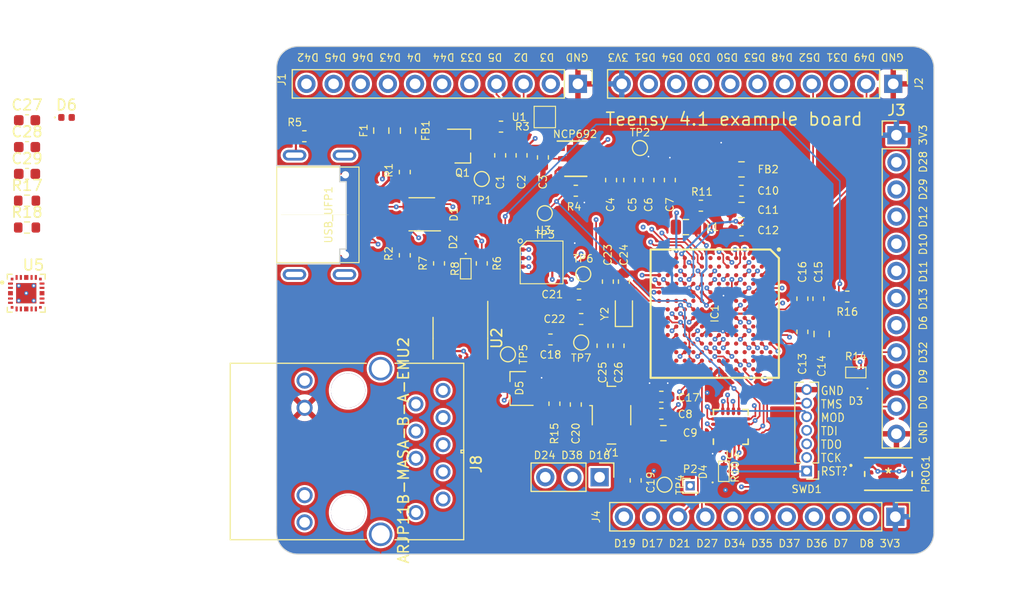
<source format=kicad_pcb>
(kicad_pcb (version 20221018) (generator pcbnew)
  (layers (0 "F.Cu" signal) (1 "In1.Cu" signal) (2 "In2.Cu" signal) (31 "B.Cu" signal) (34 "B.Paste" user) (35 "F.Paste" user) (36 "B.SilkS" user "B.Silkscreen") (37 "F.SilkS" user "F.Silkscreen") (38 "B.Mask" user) (39 "F.Mask" user) (44 "Edge.Cuts" user))
  (net 0 "")
  (net 1 "+5V")
  (net 2 "GND")
  (net 3 "+3V3")
  (net 4 "Net-(IC1-VDD_USB_CAP)")
  (net 5 "Net-(IC1-DCDC_IN_1)")
  (net 6 "/SOC_CAP_NET")
  (net 7 "Net-(IC1-VDD_SNVS_CAP)")
  (net 8 "Net-(IC1-XTALO)")
  (net 9 "Net-(IC1-XTALI)")
  (net 10 "Net-(IC1-RTC_XTALI)")
  (net 11 "Net-(IC1-RTC_XTALO)")
  (net 12 "Net-(IC1-VDD_HIGH_CAP)")
  (net 13 "Net-(IC1-NVCC_PLL)")
  (net 14 "+5VD")
  (net 15 "/USB1_DN")
  (net 16 "/USB1_DP")
  (net 17 "Net-(D2-K)")
  (net 18 "Net-(D3-A)")
  (net 19 "Net-(D4-K)")
  (net 20 "Net-(IC1-VDD_SNVS_IN)")
  (net 21 "/USB2_DN")
  (net 22 "/USB2_DP")
  (net 23 "Net-(F1-Pad2)")
  (net 24 "Net-(D6-A)")
  (net 25 "/D49")
  (net 26 "Net-(Q1-D)")
  (net 31 "Net-(IC1-GPIO_EMC_40)")
  (net 33 "/D9")
  (net 34 "/D8")
  (net 36 "/TXD1")
  (net 37 "/TXEN")
  (net 39 "/D52")
  (net 45 "/D7")
  (net 47 "/TXD0")
  (net 48 "/XI")
  (net 49 "/MDIO")
  (net 51 "/D31")
  (net 53 "/D29")
  (net 58 "/D32")
  (net 59 "/D36")
  (net 61 "/DV")
  (net 62 "/RXER")
  (net 63 "/D50")
  (net 64 "/D53")
  (net 65 "/D48")
  (net 66 "/MDC")
  (net 67 "/D28")
  (net 69 "/D10")
  (net 70 "/D13")
  (net 71 "/D6")
  (net 73 "/D37")
  (net 74 "Net-(IC1-GPIO_B0_13)")
  (net 75 "/D35")
  (net 76 "/D34")
  (net 77 "/D54")
  (net 78 "/RXD1")
  (net 79 "/D30")
  (net 81 "/D12")
  (net 82 "/D11")
  (net 84 "/RST")
  (net 85 "/INT")
  (net 86 "/JTAG_TMS")
  (net 87 "/D51")
  (net 88 "/D2")
  (net 89 "/RXD0")
  (net 90 "Net-(IC1-GPIO_EMC_01)")
  (net 92 "/JTAG_TCK")
  (net 93 "/JTAG_MOD")
  (net 94 "/JTAG_TDI")
  (net 95 "Net-(IC1-GPIO_AD_B0_04)")
  (net 99 "/D3")
  (net 100 "/DCDC_PSWITCH")
  (net 101 "/D0")
  (net 102 "/D26_A12")
  (net 103 "/JTAG_TDO")
  (net 105 "/D47")
  (net 106 "/D5")
  (net 107 "/D33")
  (net 108 "/D4")
  (net 110 "/D39_A15")
  (net 111 "/D38_A14")
  (net 112 "/D22_A8")
  (net 114 "/D43")
  (net 115 "/D46")
  (net 116 "/D44")
  (net 117 "/D45")
  (net 118 "/D19_A5")
  (net 119 "/D17_A3")
  (net 120 "/D21_A7")
  (net 121 "/D27_A13")
  (net 122 "/D42")
  (net 124 "/PMIC_ON_REQ_PWR_SEQ")
  (net 125 "/D16_A2")
  (net 126 "/D18_A4")
  (net 127 "/D41_A17")
  (net 128 "/D24_A10")
  (net 130 "Net-(IC1-GPIO_SD_B1_06)")
  (net 131 "Net-(IC1-GPIO_SD_B1_07)")
  (net 132 "/WAKEUP")
  (net 135 "/D14_A0")
  (net 136 "/D40_A16")
  (net 137 "/D20_A6")
  (net 138 "/D25_A11")
  (net 140 "Net-(IC1-DCDC_LP_1)")
  (net 143 "/ONOFF")
  (net 144 "/POR_B")
  (net 145 "/D1")
  (net 146 "/D15_A1")
  (net 147 "/D23_A9")
  (net 151 "Net-(IC1-GPIO_SD_B1_09)")
  (net 156 "Net-(IC1-GPIO_SD_B1_08)")
  (net 157 "Net-(IC1-GPIO_SD_B1_10)")
  (net 158 "Net-(IC1-GPIO_SD_B1_11)")
  (net 160 "Net-(U4-PTB2{slash}IRQ_7)")
  (net 161 "Net-(Q1-G)")
  (net 162 "Net-(USB_UFP1-CC1)")
  (net 163 "Net-(USB_UFP1-CC2)")
  (net 164 "Net-(USB_UFP1-SHIELD)")
  (net 165 "Net-(U2-Fault)")
  (net 166 "Net-(U2-ISET)")
  (net 167 "Net-(U4-PTB3{slash}IRQ_10)")
  (net 168 "Net-(U5-LED0{slash}S(ANEG_DIS))")
  (net 169 "Net-(U5-RBIAS)")
  (net 174 "+5VL")
  (net 177 "/R-")
  (net 178 "/R+")
  (net 179 "/T-")
  (net 180 "/T+")
  (net 184 "/ACK_LED")
  (footprint "MIMXRT1062DVJ6B:XSON8_4x4mm" (layer "F.Cu") (at 78 94.5)
    (fp_text reference "U3")
    (fp_text value "W25Q64JVXGIM")
  )
  (footprint "Resistor_SMD:R_0603_1608Metric" (layer "F.Cu") (at 29.655 88.93)
    (fp_text reference "R17")
    (fp_text value "150")
  )
  (footprint "Capacitor_SMD:C_0805_2012Metric" (layer "F.Cu") (at 104 101.4 -90)
    (fp_text reference "C14")
    (fp_text value "10uf")
  )
  (footprint "Crystal:Crystal_SMD_Abracon_ABM3B-4Pin_5.0x3.2mm" (layer "F.Cu") (at 84.34 108.9975 -90)
    (fp_text reference "Y1")
    (fp_text value "Crystal_GND23")
  )
  (footprint "Resistor_SMD:R_0805_2012Metric" (layer "F.Cu") (at 62.8 82.371392 90)
    (fp_text reference "F1")
    (fp_text value "Fuse")
  )
  (footprint "Capacitor_SMD:C_0603_1608Metric" (layer "F.Cu") (at 77.925 84.8825 -90)
    (fp_text reference "C3")
    (fp_text value "2.2uf")
  )
  (footprint "Capacitor_SMD:C_0603_1608Metric" (layer "F.Cu") (at 81.5 100 180)
    (fp_text reference "C22")
    (fp_text value "9pf")
  )
  (footprint "Capacitor_SMD:C_0603_1608Metric" (layer "F.Cu") (at 87.8 87 -90)
    (fp_text reference "C6")
    (fp_text value "4.7uf")
  )
  (footprint "Capacitor_SMD:C_0603_1608Metric" (layer "F.Cu") (at 29.655 83.91)
    (fp_text reference "C28")
    (fp_text value "0.22uf")
  )
  (footprint "Capacitor_SMD:C_0603_1608Metric" (layer "F.Cu") (at 78.626634 101.914394 180)
    (fp_text reference "C18")
    (fp_text value "0.22uf")
  )
  (footprint "DP83825IRMQR:XCVR_DP83825IRMQR" (layer "F.Cu") (at 29.58 97.585)
    (fp_text reference "U5")
    (fp_text value "DP83825IRMQR")
  )
  (footprint "Capacitor_SMD:C_0603_1608Metric" (layer "F.Cu") (at 85.5 96.5 90)
    (fp_text reference "C24")
    (fp_text value "4.7uf")
  )
  (footprint "TestPoint:TestPoint_Pad_D1.0mm" (layer "F.Cu") (at 81.5 102.2 180)
    (fp_text reference "TP7")
    (fp_text value "TestPoint")
  )
  (footprint "Resistor_SMD:R_0402_1005Metric" (layer "F.Cu") (at 107.2 105 180)
    (fp_text reference "R14")
    (fp_text value "1k")
  )
  (footprint "Capacitor_SMD:C_0603_1608Metric" (layer "F.Cu") (at 29.655 81.4)
    (fp_text reference "C27")
    (fp_text value "10nf")
  )
  (footprint "Package_TO_SOT_SMD:SOT-23" (layer "F.Cu") (at 70.4 83.821392)
    (fp_text reference "Q1")
    (fp_text value "Q_PMOS_GDS_DMP3125L")
  )
  (footprint "Capacitor_SMD:C_0603_1608Metric" (layer "F.Cu") (at 102.2 101.2 -90)
    (fp_text reference "C13")
    (fp_text value "0.22uf")
  )
  (footprint "Capacitor_SMD:C_0603_1608Metric" (layer "F.Cu") (at 75.925 84.6875 -90)
    (fp_text reference "C2")
    (fp_text value "0.22uf")
  )
  (footprint "Connector_PinHeader_2.54mm:PinHeader_1x12_P2.54mm_Vertical" (layer "F.Cu") (at 111 82.8)
    (fp_text reference "J3")
    (fp_text value "Conn_01x12_Male")
  )
  (footprint "Capacitor_SMD:C_0603_1608Metric" (layer "F.Cu") (at 103.7 98.1 90)
    (fp_text reference "C15")
    (fp_text value "4.7uf")
  )
  (footprint "LED_SMD:LED_0402_1005Metric" (layer "F.Cu") (at 33.35 81.14)
    (fp_text reference "D6")
    (fp_text value "LED")
  )
  (footprint "Resistor_SMD:R_0805_2012Metric" (layer "F.Cu") (at 96.5 86 180)
    (fp_text reference "FB2")
    (fp_text value "Ferrite_Bead")
  )
  (footprint "Package_TO_SOT_SMD:SOT-23" (layer "F.Cu") (at 75.6 106.5 180)
    (fp_text reference "D5")
    (fp_text value "BAT54C")
  )
  (footprint "Crystal:Crystal_SMD_2012-2Pin_2.0x1.2mm" (layer "F.Cu") (at 85.5 99.5 90)
    (fp_text reference "Y2")
    (fp_text value "Crystal")
  )
  (footprint "Capacitor_SMD:C_0603_1608Metric" (layer "F.Cu") (at 89.8 87 -90)
    (fp_text reference "C7")
    (fp_text value "2.2uf")
  )
  (footprint "Capacitor_SMD:C_0603_1608Metric" (layer "F.Cu") (at 96.5 91.7 180)
    (fp_text reference "C12")
    (fp_text value "4.7uf")
  )
  (footprint "Resistor_SMD:R_0603_1608Metric" (layer "F.Cu") (at 68.2025 94.7975 -90)
    (fp_text reference "R7")
    (fp_text value "16k")
  )
  (footprint "Capacitor_SMD:C_0603_1608Metric" (layer "F.Cu") (at 84 96.5 90)
    (fp_text reference "C23")
    (fp_text value "0.22uf")
  )
  (footprint "LED_SMD:LED_0402_1005Metric" (layer "F.Cu") (at 70.7025 92.7975 90)
    (fp_text reference "D2")
    (fp_text value "LED")
  )
  (footprint "Resistor_SMD:R_0603_1608Metric" (layer "F.Cu") (at 92.7 89.4 180)
    (fp_text reference "R11")
    (fp_text value "100k")
  )
  (footprint "Capacitor_SMD:C_0603_1608Metric" (layer "F.Cu") (at 81 108 -90)
    (fp_text reference "C20")
    (fp_text value "10pf")
  )
  (footprint "Capacitor_SMD:C_0805_2012Metric" (layer "F.Cu") (at 91.3 91.4)
    (fp_text reference "L1")
    (fp_text value "4.7uH")
  )
  (footprint "Capacitor_SMD:C_0603_1608Metric" (layer "F.Cu") (at 86 87 -90)
    (fp_text reference "C5")
    (fp_text value "10nf")
  )
  (footprint "Capacitor_SMD:C_0603_1608Metric" (layer "F.Cu") (at 89 107.272054 180)
    (fp_text reference "C17")
    (fp_text value "0.22uf")
  )
  (footprint "Capacitor_SMD:C_0603_1608Metric" (layer "F.Cu") (at 29.655 86.42)
    (fp_text reference "C29")
    (fp_text value "2.2uf")
  )
  (footprint "USB-C-Power-tester:TYPE-C-31-M-14" (layer "F.Cu") (at 55.71481 90.2516 -90)
    (fp_text reference "USB_UFP1")
    (fp_text value "USB_C_Receptacle_USB2.0")
    (fp_line (start -4.6 -3.2) (end -4.6 2.7) (stroke (width 0.12)) (layer "Edge.Cuts"))
    (fp_line (start -3.1 -3.8) (end -3.1 -3.2) (stroke (width 0.12)) (layer "Edge.Cuts"))
    (fp_line (start -3.1 -3.2) (end -4.6 -3.2) (stroke (width 0.12)) (layer "Edge.Cuts"))
    (fp_line (start 3.2 -3.8) (end -3.1 -3.8) (stroke (width 0.12)) (layer "Edge.Cuts"))
    (fp_line (start 3.2 -3.2) (end 3.2 -3.8) (stroke (width 0.12)) (layer "Edge.Cuts"))
    (fp_line (start 4.6 -3.2) (end 3.2 -3.2) (stroke (width 0.12)) (layer "Edge.Cuts"))
    (fp_line (start 4.6 2.7) (end 4.6 -3.2) (stroke (width 0.12)) (layer "Edge.Cuts"))
  )
  (footprint "MIMXRT1062DVJ6B:BGA196C80P14X14_1200X1200X152" (layer "F.Cu") (at 94 99.5 -90)
    (fp_text reference "IC1")
    (fp_text value "MIMXRT1062DVJ6B" hide)
  )
  (footprint "Package_SO:SO-8_3.9x4.9mm_P1.27mm" (layer "F.Cu") (at 70.2025 101.7975 -90)
    (fp_text reference "U2")
    (fp_text value "MAX1562")
  )
  (footprint "Connector_PinHeader_2.54mm:PinHeader_1x11_P2.54mm_Vertical" (layer "F.Cu") (at 110.9 118.5 -90)
    (fp_text reference "J4")
    (fp_text value "Conn_01x11_Male")
  )
  (footprint "Capacitor_SMD:C_0603_1608Metric" (layer "F.Cu") (at 84.3 87 -90)
    (fp_text reference "C4")
    (fp_text value "0.22uf")
  )
  (footprint "Resistor_SMD:R_0603_1608Metric" (layer "F.Cu") (at 55.6 82.9 180)
    (fp_text reference "R5")
    (fp_text value "1M")
  )
  (footprint "Capacitor_SMD:C_0603_1608Metric" (layer "F.Cu") (at 96.5 88 180)
    (fp_text reference "C10")
    (fp_text value "0.22uf")
  )
  (footprint "Resistor_SMD:R_0603_1608Metric" (layer "F.Cu") (at 106.4 97.9 180)
    (fp_text reference "R16")
    (fp_text value "100k")
  )
  (footprint "Capacitor_SMD:C_0603_1608Metric" (layer "F.Cu") (at 83.5 102.5 -90)
    (fp_text reference "C25")
    (fp_text value "0.22uf")
  )
  (footprint "Capacitor_SMD:C_0603_1608Metric" (layer "F.Cu") (at 102.2 98.1 90)
    (fp_text reference "C16")
    (fp_text value "10nf")
  )
  (footprint "Connector_PinHeader_1.00mm:PinHeader_1x01_P1.00mm_Vertical" (layer "F.Cu") (at 91.7 115.6)
    (fp_text reference "P2")
    (fp_text value "D26")
  )
  (footprint "Resistor_SMD:R_0603_1608Metric" (layer "F.Cu") (at 65 86.2516 -90)
    (fp_text reference "R1")
    (fp_text value "5.1k")
  )
  (footprint "TestPoint:TestPoint_Pad_D1.0mm" (layer "F.Cu") (at 74.65 103.3 -90)
    (fp_text reference "TP5")
    (fp_text value "TestPoint")
  )
  (footprint "Package_DFN_QFN:QFN-16-1EP_3x3mm_P0.5mm_EP1.8x1.8mm" (layer "F.Cu") (at 95.5 110.1 90)
    (fp_text reference "U4")
    (fp_text value "MKL02Z32VFG4")
  )
  (footprint "Connector_PinHeader_2.54mm:PinHeader_1x03_P2.54mm_Vertical" (layer "F.Cu") (at 83.225 114.8 -90)
    (fp_text reference "J6" hide)
    (fp_text value "Conn_01x03_Male")
  )
  (footprint "TestPoint:TestPoint_Pad_D1.0mm" (layer "F.Cu") (at 87 84)
    (fp_text reference "TP2")
    (fp_text value "TestPoint")
  )
  (footprint "LED_SMD:LED_0402_1005Metric" (layer "F.Cu") (at 107.2 106.5 180)
    (fp_text reference "D3")
    (fp_text value "LED")
  )
  (footprint "Capacitor_SMD:C_0805_2012Metric" (layer "F.Cu") (at 89.194525 110.678131 180)
    (fp_text reference "C9")
    (fp_text value "10uf")
  )
  (footprint "Capacitor_SMD:C_0603_1608Metric" (layer "F.Cu") (at 81.3 97.7 180)
    (fp_text reference "C21")
    (fp_text value "9pf")
  )
  (footprint "Capacitor_SMD:C_0603_1608Metric" (layer "F.Cu") (at 86.6 115.1 -90)
    (fp_text reference "C19")
    (fp_text value "10pf")
  )
  (footprint "Package_DFN_QFN:DFN-6-1EP_3x3mm_P0.95mm_EP1.7x2.6mm" (layer "F.Cu") (at 81 85)
    (fp_text reference "NCP692")
    (fp_text value "OnSemi NCP692, fixed version")
  )
  (footprint "TestPoint:TestPoint_Pad_D1.0mm" (layer "F.Cu") (at 78.1 90.1)
    (fp_text reference "TP3")
    (fp_text value "TestPoint")
  )
  (footprint "Resistor_SMD:R_0603_1608Metric" (layer "F.Cu") (at 72.2025 94.7975 -90)
    (fp_text reference "R6")
    (fp_text value "16k")
  )
  (footprint "Capacitor_SMD:C_0805_2012Metric" (layer "F.Cu") (at 96.5 89.8 180)
    (fp_text reference "C11")
    (fp_text value "10uf")
  )
  (footprint "TestPoint:TestPoint_Pad_D1.0mm" (layer "F.Cu") (at 72.2 86.9)
    (fp_text reference "TP1")
    (fp_text value "TestPoint")
  )
  (footprint "Capacitor_SMD:C_0603_1608Metric" (layer "F.Cu") (at 73.925 84.6875 -90)
    (fp_text reference "C1")
    (fp_text value "0.22uf")
  )
  (footprint "USB-C-Power-tester:APA102-2020" (layer "F.Cu") (at 78.1 81.1 180)
    (fp_text reference "U1")
    (fp_text value "opto_APA102-2020")
  )
  (footprint "Capacitor_SMD:C_0603_1608Metric" (layer "F.Cu") (at 85 102.5 -90)
    (fp_text reference "C26")
    (fp_text value "4.7uf")
  )
  (footprint "Resistor_SMD:R_0603_1608Metric" (layer "F.Cu") (at 74 82 180)
    (fp_text reference "R3")
    (fp_text value "100k")
  )
  (footprint "Resistor_SMD:R_0402_1005Metric" (layer "F.Cu") (at 94.85 114.25 -90)
    (fp_text reference "R10")
    (fp_text value "1k")
  )
  (footprint "Resistor_SMD:R_0603_1608Metric" (layer "F.Cu") (at 65 94.0391 90)
    (fp_text reference "R2")
    (fp_text value "5.1k")
  )
  (footprint "Resistor_SMD:R_0603_1608Metric" (layer "F.Cu") (at 79 107.925 90)
    (fp_text reference "R15")
    (fp_text value "2.2M")
  )
  (footprint "Connector_PinHeader_1.27mm:PinHeader_1x07_P1.27mm_Vertical" (layer "F.Cu") (at 102.601167 114.225 180)
    (fp_text reference "SWD1")
    (fp_text value "SWD")
  )
  (footprint "Package_TO_SOT_SMD:SOT-143" (layer "F.Cu") (at 66.588814 90.2016 180)
    (fp_text reference "D1")
    (fp_text value "SP0503BAHT")
  )
  (footprint "ARJP11B-MASA-B-A-EMU2:ARJP11B-MASA-B-A-EMU2" (layer "F.Cu") (at 68.58 106.68 -90)
    (fp_text reference "J8")
    (fp_text value "ARJP11B-MASA-B-A-EMU2")
  )
  (footprint "Resistor_SMD:R_0402_1005Metric" (layer "F.Cu") (at 70.7025 95.2975 -90)
    (fp_text reference "R8")
    (fp_text value "1k")
  )
  (footprint "TestPoint:TestPoint_Pad_D1.0mm" (layer "F.Cu") (at 81.7 95.8)
    (fp_text reference "TP6")
    (fp_text value "TestPoint")
  )
  (footprint "Resistor_SMD:R_0805_2012Metric" (layer "F.Cu") (at 65.3 82.371392 -90)
    (fp_text reference "FB1")
    (fp_text value "Ferrite_Bead")
  )
  (footprint "Connector_PinHeader_2.54mm:PinHeader_1x11_P2.54mm_Vertical" (layer "F.Cu") (at 81.2 78 -90)
    (fp_text reference "J1")
    (fp_text value "Conn_01x11_Male")
  )
  (footprint "Connector_PinHeader_2.54mm:PinHeader_1x11_P2.54mm_Vertical" (layer "F.Cu") (at 110.7 78 -90)
    (fp_text reference "J2")
    (fp_text value "Conn_01x11_Male")
  )
  (footprint "TestPoint:TestPoint_Pad_D1.0mm" (layer "F.Cu") (at 89.3 115.5 -90)
    (fp_text reference "TP4")
    (fp_text value "TestPoint")
  )
  (footprint "Resistor_SMD:R_0603_1608Metric" (layer "F.Cu") (at 29.655 91.44)
    (fp_text reference "R18")
    (fp_text value "6.49K")
  )
  (footprint "LED_SMD:LED_0402_1005Metric" (layer "F.Cu") (at 93.8 114.2 90)
    (fp_text reference "D4")
    (fp_text value "LED")
  )
  (footprint "ToyTronics:KMR241GLFS" (layer "F.Cu") (at 110.25 114.5)
    (fp_text reference "PROG1")
    (fp_text value "SW_Push" hide)
  )
  (footprint "Resistor_SMD:R_0603_1608Metric" (layer "F.Cu") (at 81 88)
    (fp_text reference "R4")
    (fp_text value "100k")
  )
  (footprint "Capacitor_SMD:C_0603_1608Metric" (layer "F.Cu") (at 88.999695 108.862547 180)
    (fp_text reference "C8")
    (fp_text value "0.22uf")
  )
  (gr_arc (start 53 76.5) (mid 53.585786 75.085787) (end 54.999999 74.5) (stroke (width 0.1)) (layer "Edge.Cuts"))
  (gr_arc (start 114.5 120) (mid 113.914214 121.414214) (end 112.5 122) (stroke (width 0.1)) (layer "Edge.Cuts"))
  (gr_arc (start 112.5 74.5) (mid 113.914214 75.085786) (end 114.5 76.5) (stroke (width 0.1)) (layer "Edge.Cuts"))
  (gr_line (start 53 120) (end 53.01481 94.8516) (stroke (width 0.1)) (layer "Edge.Cuts"))
  (gr_line (start 114.5 76.5) (end 114.5 120) (stroke (width 0.1)) (layer "Edge.Cuts"))
  (gr_line (start 112.5 122) (end 55 122) (stroke (width 0.1)) (layer "Edge.Cuts"))
  (gr_arc (start 55 122) (mid 53.585786 121.414214) (end 53 120) (stroke (width 0.1)) (layer "Edge.Cuts"))
  (gr_line (start 53.01481 85.6516) (end 53 76.5) (stroke (width 0.1)) (layer "Edge.Cuts"))
  (gr_line (start 54.999999 74.5) (end 112.5 74.5) (stroke (width 0.1)) (layer "Edge.Cuts"))
  (gr_text "D24 D38 D16" (at 77 112.75) (layer "F.SilkS") (effects (font (size 0.7 0.7) (thickness 0.1)) (justify left)))
  (gr_text "GND  D3  D2  D5 D33 D44  D4 D43 D46 D45 D42" (at 82.25 75.5 180) (layer "F.SilkS") (effects (font (size 0.7 0.7) (thickness 0.1)) (justify left)))
  (gr_text "D19 D17 D21 D27 D34 D35 D37 D36 D7  D8 3V3" (at 84.5 121) (layer "F.SilkS") (effects (font (size 0.7 0.7) (thickness 0.1)) (justify left)))
  (gr_text "GND D49 D31 D52 D48 D53 D50 D30 D54 D51 3V3" (at 111.75 75.5 180) (layer "F.SilkS") (effects (font (size 0.7 0.7) (thickness 0.1)) (justify left)))
  (gr_text "Teensy 4.1 example board" (at 95.8 81.3) (layer "F.SilkS") (effects (font (size 1.2 1.2))))
  (gr_text "GND\nTMS\nMOD\nTDI\nTDO\nTCK\nRST?" (at 103.865673 110.484226) (layer "F.SilkS") (effects (font (size 0.78 0.7) (thickness 0.1)) (justify left)))
  (gr_text "GND  D0  D9 D32  D6 D13 D11 D10 D12 D29 D28 3V3" (at 113.5 111.75 90) (layer "F.SilkS") (effects (font (size 0.7 0.7) (thickness 0.1)) (justify left)))
  (segment (start 83.3 96.5) (end 82.9 96.1) (width 0.155) (layer "F.Cu") (net 1))
  (segment (start 79.7 83.2) (end 78.9 83.2) (width 0.2) (layer "F.Cu") (net 1))
  (segment (start 82.88826 84.05) (end 82.34 84.05) (width 0.2) (layer "F.Cu") (net 1))
  (segment (start 82.9 90.9) (end 82.9 90.7) (width 0.155) (layer "F.Cu") (net 1))
  (segment (start 87.8245 98.3) (end 86.6 97.0755) (width 0.155) (layer "F.Cu") (net 1))
  (segment (start 78.1 84) (end 78.1 82.1) (width 0.2) (layer "F.Cu") (net 1))
  (segment (start 86 96.5) (end 83.3 96.5) (width 0.155) (layer "F.Cu") (net 1))
  (segment (start 77.621392 83.821392) (end 77.9 84.1) (width 0.25) (layer "F.Cu") (net 1))
  (segment (start 71.4 83.821392) (end 77.621392 83.821392) (width 0.25) (layer "F.Cu") (net 1))
  (segment (start 86.5755 97.0755) (end 86 96.5) (width 0.155) (layer "F.Cu") (net 1))
  (segment (start 76.4 83.9) (end 77.2 83.1) (width 0.2) (layer "F.Cu") (net 1))
  (segment (start 71.4 83.821392) (end 71.4 86.1) (width 0.25) (layer "F.Cu") (net 1))
  (segment (start 78.9 83.2) (end 78.1 84) (width 0.2) (layer "F.Cu") (net 1))
  (segment (start 77.925 84.095) (end 79.695 84.095) (width 0.25) (layer "F.Cu") (net 1))
  (segment (start 89.6 98.3) (end 88.8 98.3) (width 0.155) (layer "F.Cu") (net 1))
  (segment (start 79.9 83) (end 79.7 83.2) (width 0.2) (layer "F.Cu") (net 1))
  (segment (start 84 83.2) (end 82.88826 84.05) (width 0.2) (layer "F.Cu") (net 1))
  (segment (start 75.925 83.9) (end 76.4 83.9) (width 0.2) (layer "F.Cu") (net 1))
  (segment (start 71.4 86.1) (end 72.2 86.9) (width 0.25) (layer "F.Cu") (net 1))
  (segment (start 88.8 98.3) (end 87.8245 98.3) (width 0.155) (layer "F.Cu") (net 1))
  (segment (start 82.9 96.1) (end 82.9 90.9) (width 0.155) (layer "F.Cu") (net 1))
  (segment (start 78.9 81.95) (end 79.65 81.95) (width 0.2) (layer "F.Cu") (net 1))
  (segment (start 86.6 97.0755) (end 86.5755 97.0755) (width 0.155) (layer "F.Cu") (net 1))
  (segment (start 79.65 81.95) (end 79.9 82.2) (width 0.2) (layer "F.Cu") (net 1))
  (segment (start 79.9 82.2) (end 79.9 83) (width 0.2) (layer "F.Cu") (net 1))
  (via (at 77.2 83.1) (size 0.45) (drill 0.15) (layers "F.Cu" "B.Cu") (net 1))
  (via (at 84 83.2) (size 0.45) (drill 0.15) (layers "F.Cu" "B.Cu") (net 1))
  (via (at 82.9 90.7) (size 0.45) (drill 0.15) (layers "F.Cu" "B.Cu") (net 1))
  (segment (start 88.8 106.7) (end 88.8 104.7) (width 0.155) (layer "F.Cu") (net 2))
  (segment (start 79.66 85) (end 78.5 85) (width 0.155) (layer "F.Cu") (net 2))
  (segment (start 89.6 97.5) (end 89.174011 97.074011) (width 0.155) (layer "F.Cu") (net 2))
  (segment (start 90.825989 100.325989) (end 90.8 100.3) (width 0.155) (layer "F.Cu") (net 2))
  (segment (start 90.825989 100.325989) (end 91.2 100.7) (width 0.155) (layer "F.Cu") (net 2))
  (segment (start 92 95.1) (end 91.6 94.7) (width 0.2) (layer "F.Cu") (net 2))
  (segment (start 96.374011 94.725989) (end 96.374011 92.674011) (width 0.155) (layer "F.Cu") (net 2))
  (segment (start 98.8 97.9) (end 100.3 97.9) (width 0.155) (layer "F.Cu") (net 2))
  (segment (start 95.25 110.35) (end 95.4 110.2) (width 0.2) (layer "F.Cu") (net 2))
  (segment (start 95.41952 115.58048) (end 95 116) (width 0.2) (layer "F.Cu") (net 2))
  (segment (start 101.303489 101.103489) (end 102.2 102) (width 0.155) (layer "F.Cu") (net 2))
  (segment (start 87.474011 97.074011) (end 86.1 95.7) (width 0.155) (layer "F.Cu") (net 2))
  (segment (start 88.257025 114.157025) (end 88.3 114.2) (width 0.155) (layer "F.Cu") (net 2))
  (segment (start 89.6 99.9) (end 90.025989 100.325989) (width 0.155) (layer "F.Cu") (net 2))
  (segment (start 90.025989 100.325989) (end 90.825989 100.325989) (width 0.155) (layer "F.Cu") (net 2))
  (segment (start 89.174011 97.074011) (end 87.474011 97.074011) (width 0.155) (layer "F.Cu") (net 2))
  (segment (start 88.2125 107.272054) (end 88.227946 107.272054) (width 0.155) (layer "F.Cu") (net 2))
  (segment (start 98.4 97.5) (end 98.8 97.9) (width 0.155) (layer "F.Cu") (net 2))
  (segment (start 88.257025 110.678131) (end 88.257025 114.157025) (width 0.155) (layer "F.Cu") (net 2))
  (segment (start 98.4 101.5) (end 98.796511 101.103489) (width 0.155) (layer "F.Cu") (net 2))
  (segment (start 96 95.1) (end 96.374011 94.725989) (width 0.155) (layer "F.Cu") (net 2))
  (segment (start 95.25 111.575) (end 95.25 113.279442) (width 0.2) (layer "F.Cu") (net 2))
  (segment (start 91.6 94.7) (end 91.598 94.7) (width 0.2) (layer "F.Cu") (net 2))
  (segment (start 78.5 85) (end 77.9 85.6) (width 0.155) (layer "F.Cu") (net 2))
  (segment (start 95.25 113.279442) (end 95.41952 113.448962) (width 0.2) (layer "F.Cu") (net 2))
  (segment (start 92 103.9) (end 91.625989 103.525989) (width 0.155) (layer "F.Cu") (net 2))
  (segment (start 100.8875 97.3125) (end 100.3 97.9) (width 0.155) (layer "F.Cu") (net 2))
  (segment (start 95.41952 113.448962) (end 95.41952 115.58048) (width 0.2) (layer "F.Cu") (net 2))
  (segment (start 91.625989 103.525989) (end 91.625989 101.074011) (width 0.155) (layer "F.Cu") (net 2))
  (segment (start 95.25 111.575) (end 95.25 110.35) (width 0.2) (layer "F.Cu") (net 2))
  (segment (start 86.6 115.8875) (end 86.6125 115.8875) (width 0.155) (layer "F.Cu") (net 2))
  (segment (start 98.796511 101.103489) (end 101.303489 101.103489) (width 0.155) (layer "F.Cu") (net 2))
  (segment (start 91.625989 101.074011) (end 92 100.7) (width 0.155) (layer "F.Cu") (net 2))
  (segment (start 103.5875 101.9875) (end 104 102.4) (width 0.2) (layer "F.Cu") (net 2))
  (segment (start 86.1 95.7) (end 85.5 95.7) (width 0.155) (layer "F.Cu") (net 2))
  (segment (start 94.382026 105.817974) (end 93.3 106.9) (width 0.155) (layer "F.Cu") (net 2))
  (segment (start 102.2 101.9875) (end 103.5875 101.9875) (width 0.2) (layer "F.Cu") (net 2))
  (segment (start 102.2 97.3125) (end 100.8875 97.3125) (width 0.155) (layer "F.Cu") (net 2))
  (segment (start 94.4 105.817974) (end 94.382026 105.817974) (width 0.155) (layer "F.Cu") (net 2))
  (segment (start 96.374011 92.674011) (end 95.7 92) (width 0.155) (layer "F.Cu") (net 2))
  (segment (start 94.4 104.7) (end 94.4 105.817974) (width 0.155) (layer "F.Cu") (net 2))
  (segment (start 88.227946 107.272054) (end 88.8 106.7) (width 0.155) (layer "F.Cu") (net 2))
  (segment (start 86.6125 115.8875) (end 88.3 114.2) (width 0.155) (layer "F.Cu") (net 2))
  (segment (start 96 103.9) (end 96.4 104.3) (width 0.2) (layer "F.Cu") (net 2))
  (via (at 90.8 100.3) (size 0.45) (drill 0.15) (layers "F.Cu" "B.Cu") (net 2))
  (via (at 96.4 104.3) (size 0.45) (drill 0.15) (layers "F.Cu" "B.Cu") (net 2))
  (via (at 95 116) (size 0.45) (drill 0.15) (layers "F.Cu" "B.Cu") (net 2))
  (via (at 91.598 94.7) (size 0.45) (drill 0.15) (layers "F.Cu" "B.Cu") (net 2))
  (via (at 93.3 106.9) (size 0.45) (drill 0.15) (layers "F.Cu" "B.Cu") (net 2))
  (via (at 88.3 114.2) (size 0.45) (drill 0.15) (layers "F.Cu" "B.Cu") (net 2))
  (segment (start 86 86.2125) (end 84.3125 86.2125) (width 0.25) (layer "F.Cu") (net 3))
  (segment (start 89.8 86.2125) (end 89.8 84.9) (width 0.2) (layer "F.Cu") (net 3))
  (segment (start 84.3125 86.2125) (end 84 85.9) (width 0.2) (layer "F.Cu") (net 3))
  (segment (start 94 112.4) (end 94.5 112.4) (width 0.155) (layer "F.Cu") (net 3))
  (segment (start 81.7875 88) (end 81.7875 89.0875) (width 0.25) (layer "F.Cu") (net 3))
  (segment (start 95.2 101.5) (end 96 100.7) (width 0.155) (layer "F.Cu") (net 3))
  (segment (start 95.5625 84.4625) (end 94.6 83.5) (width 0.155) (layer "F.Cu") (net 3))
  (segment (start 87.7875 86.2125) (end 89.7875 86.2125) (width 0.25) (layer "F.Cu") (net 3))
  (segment (start 94.5 112.4) (end 94.75 112.15) (width 0.155) (layer "F.Cu") (net 3))
  (segment (start 95.2 101.5) (end 94.8245 101.1245) (width 0.155) (layer "F.Cu") (net 3))
  (segment (start 89.6 104.7) (end 89.6 106) (width 0.2) (layer "F.Cu") (net 3))
  (segment (start 76.6 105.55) (end 77.75 105.55) (width 0.155) (layer "F.Cu") (net 3))
  (segment (start 87.9 106) (end 87.9 104.271067) (width 0.155) (layer "F.Cu") (net 3))
  (segment (start 84.05 85.95) (end 83.1 85) (width 0.25) (layer "F.Cu") (net 3))
  (segment (start 95.2 97.5) (end 95.130104 97.5) (width 0.2) (layer "F.Cu") (net 3))
  (segment (start 93.8 112.6) (end 94 112.4) (width 0.155) (layer "F.Cu") (net 3))
  (segment (start 93.8 113.1) (end 93.8 112.6) (width 0.155) (layer "F.Cu") (net 3))
  (segment (start 88.8 103.371067) (end 88.8 103.1) (width 0.155) (layer "F.Cu") (net 3))
  (segment (start 84.3 86.2125) (end 84.3 86.2) (width 0.2) (layer "F.Cu") (net 3))
  (segment (start 87.9 104.271067) (end 88.8 103.371067) (width 0.155) (layer "F.Cu") (net 3))
  (segment (start 81.7875 89.0875) (end 81.8 89.1) (width 0.25) (layer "F.Cu") (net 3))
  (segment (start 87.8 86.2125) (end 87.8 84.8) (width 0.2) (layer "F.Cu") (net 3))
  (segment (start 94.75 112.15) (end 94.75 111.575) (width 0.155) (layer "F.Cu") (net 3))
  (segment (start 92 96.7) (end 91.6 97.1) (width 0.2) (layer "F.Cu") (net 3))
  (segment (start 84.3 86.2) (end 84.05 85.95) (width 0.2) (layer "F.Cu") (net 3))
  (segment (start 80.3 93.5) (end 80.9 92.9) (width 0.2) (layer "F.Cu") (net 3))
  (segment (start 89.7875 106.1875) (end 89.6 106) (width 0.155) (layer "F.Cu") (net 3))
  (segment (start 93.1755 101.1245) (end 94.762669 101.1245) (width 0.155) (layer "F.Cu") (net 3))
  (segment (start 96 98.3) (end 95.2 97.5) (width 0.2) (layer "F.Cu") (net 3))
  (segment (start 83.1 85) (end 82.3 85) (width 0.25) (layer "F.Cu") (net 3))
  (segment (start 92 97.5) (end 92.8 98.3) (width 0.2) (layer "F.Cu") (net 3))
  (segment (start 95.5625 86) (end 95.5625 84.4625) (width 0.155) (layer "F.Cu") (net 3))
  (segment (start 94.8245 101.1245) (end 94.762669 101.1245) (width 0.155) (layer "F.Cu") (net 3))
  (segment (start 89.7875 107.272054) (end 89.7875 106.1875) (width 0.155) (layer "F.Cu") (net 3))
  (segment (start 95.130104 97.5) (end 94.817202 97.812902) (width 0.2) (layer "F.Cu") (net 3))
  (segment (start 82.34 85.95) (end 84.05 85.95) (width 0.25) (layer "F.Cu") (net 3))
  (segment (start 93.8 113.715) (end 93.8 113.1) (width 0.155) (layer "F.Cu") (net 3))
  (segment (start 86 86.2125) (end 87.7875 86.2125) (width 0.25) (layer "F.Cu") (net 3))
  (segment (start 79.8 93.5) (end 80.3 93.5) (width 0.2) (layer "F.Cu") (net 3))
  (segment (start 92.8 101.5) (end 93.1755 101.1245) (width 0.155) (layer "F.Cu") (net 3))
  (segment (start 77.75 105.55) (end 77.8 105.5) (width 0.155) (layer "F.Cu") (net 3))
  (segment (start 87.8 84.8) (end 87 84) (width 0.2) (layer "F.Cu") (net 3))
  (segment (start 92 97.5) (end 91.6 97.1) (width 0.2) (layer "F.Cu") (net 3))
  (segment (start 91.6 97.1) (end 91.598 97.1) (width 0.2) (layer "F.Cu") (net 3))
  (via (at 94.6 83.5) (size 0.45) (drill 0.15) (layers "F.Cu" "B.Cu") (net 3))
  (via (at 77.8 105.5) (size 0.45) (drill 0.15) (layers "F.Cu" "B.Cu") (net 3))
  (via (at 94.762669 101.1245) (size 0.45) (drill 0.15) (layers "F.Cu" "B.Cu") (net 3))
  (via (at 87.9 106) (size 0.45) (drill 0.15) (layers "F.Cu" "B.Cu") (net 3))
  (via (at 81.8 89.1) (size 0.45) (drill 0.15) (layers "F.Cu" "B.Cu") (net 3))
  (via (at 87.8 84.8) (size 0.45) (drill 0.15) (layers "F.Cu" "B.Cu") (net 3))
  (via (at 94.817202 97.812902) (size 0.45) (drill 0.15) (layers "F.Cu" "B.Cu") (net 3))
  (via (at 89.6 106) (size 0.45) (drill 0.15) (layers "F.Cu" "B.Cu") (net 3))
  (via (at 91.598 97.1) (size 0.45) (drill 0.15) (layers "F.Cu" "B.Cu") (net 3))
  (via (at 80.9 92.9) (size 0.45) (drill 0.15) (layers "F.Cu" "B.Cu") (net 3))
  (via (at 89.8 84.9) (size 0.45) (drill 0.15) (layers "F.Cu" "B.Cu") (net 3))
  (via (at 93.8 112.6) (size 0.45) (drill 0.15) (layers "F.Cu" "B.Cu") (net 3))
  (segment (start 91.598 97.1) (end 90.600336 97.1) (width 0.2) (layer "B.Cu") (net 3))
  (segment (start 90.600336 97.1) (end 90 96.499664) (width 0.2) (layer "B.Cu") (net 3))
  (segment (start 90 96.499664) (end 90 95.7) (width 0.2) (layer "B.Cu") (net 3))
  (segment (start 75.5 114.5) (end 75.5 108.6) (width 0.155) (layer "F.Cu") (net 4))
  (segment (start 89.787195 108.862547) (end 89.787195 108.812805) (width 0.155) (layer "F.Cu") (net 4))
  (segment (start 89.7 116) (end 89.7 111.2) (width 0.155) (layer "F.Cu") (net 4))
  (segment (start 89.787195 108.862547) (end 89.787195 109.687195) (width 0.155) (layer "F.Cu") (net 4))
  (segment (start 89.7 116) (end 89.7 115.9) (width 0.155) (layer "F.Cu") (net 4))
  (segment (start 89.7 116) (end 88.9 116.8) (width 0.155) (layer "F.Cu") (net 4))
  (segment (start 88.9 116.8) (end 77.8 116.8) (width 0.155) (layer "F.Cu") (net 4))
  (segment (start 89.787195 108.812805) (end 90.6 108) (width 0.155) (layer "F.Cu") (net 4))
  (segment (start 91.604001 100.295999) (end 91.604001 100.3) (width 0.155) (layer "F.Cu") (net 4))
  (segment (start 89.7 111.2) (end 90.1 110.8) (width 0.155) (layer "F.Cu") (net 4))
  (segment (start 75.5 108.6) (end 76.6 107.5) (width 0.155) (layer "F.Cu") (net 4))
  (segment (start 89.7 115.9) (end 89.3 115.5) (width 0.155) (layer "F.Cu") (net 4))
  (segment (start 77.8 116.8) (end 75.5 114.5) (width 0.155) (layer "F.Cu") (net 4))
  (segment (start 89.787195 109.687195) (end 90.132025 110.032025) (width 0.155) (layer "F.Cu") (net 4))
  (segment (start 92 99.9) (end 91.604001 100.295999) (width 0.155) (layer "F.Cu") (net 4))
  (segment (start 90.132025 110.032025) (end 90.132025 110.678131) (width 0.155) (layer "F.Cu") (net 4))
  (via (at 91.604001 100.3) (size 0.45) (drill 0.15) (layers "F.Cu" "B.Cu") (net 4))
  (via (at 90.6 108) (size 0.45) (drill 0.15) (layers "F.Cu" "B.Cu") (net 4))
  (segment (start 91.2 95.1) (end 91.173499 95.073499) (width 0.2) (layer "F.Cu") (net 5))
  (segment (start 96.371757 91.065743) (end 97.4375 90) (width 0.2) (layer "F.Cu") (net 5))
  (segment (start 91.173499 94.326501) (end 91.2 94.3) (width 0.2) (layer "F.Cu") (net 5))
  (segment (start 97.2875 88) (end 97.2875 86.1125) (width 0.155) (layer "F.Cu") (net 5))
  (segment (start 97.2875 88) (end 97.2875 89.8875) (width 0.155) (layer "F.Cu") (net 5))
  (segment (start 91.2 94.2) (end 90.9 93.9) (width 0.2) (layer "F.Cu") (net 5))
  (segment (start 91.173499 95.073499) (end 91.173499 94.326501) (width 0.2) (layer "F.Cu") (net 5))
  (segment (start 97.2875 86.1125) (end 97.4 86) (width 0.155) (layer "F.Cu") (net 5))
  (segment (start 96.353243 91.065743) (end 97.2875 92) (width 0.2) (layer "F.Cu") (net 5))
  (segment (start 95.966525 90.854346) (end 96.353243 91.065743) (width 0.2) (layer "F.Cu") (net 5))
  (segment (start 91.2 94.3) (end 91.2 94.2) (width 0.2) (layer "F.Cu") (net 5))
  (segment (start 97.2875 89.8875) (end 97.5 90.1) (width 0.155) (layer "F.Cu") (net 5))
  (segment (start 95.966525 90.854346) (end 96.371757 91.065743) (width 0.2) (layer "F.Cu") (net 5))
  (via (at 90.9 93.9) (size 0.45) (drill 0.15) (layers "F.Cu" "B.Cu") (net 5))
  (via (at 95.966525 90.854346) (size 0.45) (drill 0.15) (layers "F.Cu" "B.Cu") (net 5))
  (segment (start 95.966525 90.854346) (end 93.734257 91.065743) (width 0.2) (layer "B.Cu") (net 5))
  (segment (start 93.734257 91.065743) (end 90.9 93.9) (width 0.2) (layer "B.Cu") (net 5))
  (segment (start 95.6 99.5) (end 101.1 99.5) (width 0.2) (layer "F.Cu") (net 6))
  (segment (start 103.6875 98.8875) (end 103.7 98.9) (width 0.2) (layer "F.Cu") (net 6))
  (segment (start 93.6 98.3) (end 94.4 98.3) (width 0.2) (layer "F.Cu") (net 6))
  (segment (start 93.6 98.3) (end 93.224502 98.675498) (width 0.2) (layer "F.Cu") (net 6))
  (segment (start 95.2 99.9) (end 95.6 99.5) (width 0.2) (layer "F.Cu") (net 6))
  (segment (start 94.4 100.7) (end 95.2 99.9) (width 0.2) (layer "F.Cu") (net 6))
  (segment (start 95.2 98.3) (end 95.2 99.1) (width 0.2) (layer "F.Cu") (net 6))
  (segment (start 95.2 99.1) (end 95.2 99.9) (width 0.2) (layer "F.Cu") (net 6))
  (segment (start 93.224502 98.675498) (end 93.224502 98.722463) (width 0.2) (layer "F.Cu") (net 6))
  (segment (start 101.1 99.5) (end 101.7 98.9) (width 0.2) (layer "F.Cu") (net 6))
  (segment (start 95.2 99.1) (end 94.4 98.3) (width 0.2) (layer "F.Cu") (net 6))
  (segment (start 92.2375 91.4) (end 92.2375 92.142879) (width 0.2) (layer "F.Cu") (net 6))
  (segment (start 94.4 100.7) (end 93.6 100.7) (width 0.2) (layer "F.Cu") (net 6))
  (segment (start 95.2 100.7) (end 94.4 100.7) (width 0.2) (layer "F.Cu") (net 6))
  (segment (start 102.2 100.4125) (end 102.0125 100.4125) (width 0.2) (layer "F.Cu") (net 6))
  (segment (start 92.8 97.5) (end 93.6 98.3) (width 0.2) (layer "F.Cu") (net 6))
  (segment (start 102.0125 100.4125) (end 101.1 99.5) (width 0.2) (layer "F.Cu") (net 6))
  (segment (start 102.2 98.8875) (end 103.6875 98.8875) (width 0.2) (layer "F.Cu") (net 6))
  (segment (start 95.2 99.9) (end 95.2 100.7) (width 0.2) (layer "F.Cu") (net 6))
  (segment (start 93.6 100.7) (end 92.8 100.7) (width 0.2) (layer "F.Cu") (net 6))
  (segment (start 95.2 99.1) (end 95.6 99.5) (width 0.2) (layer "F.Cu") (net 6))
  (segment (start 92.2375 92.142879) (end 93.216449 93.121828) (width 0.2) (layer "F.Cu") (net 6))
  (segment (start 94.4 98.3) (end 95.2 98.3) (width 0.2) (layer "F.Cu") (net 6))
  (segment (start 102.2 100.4125) (end 103.9875 100.4125) (width 0.2) (layer "F.Cu") (net 6))
  (segment (start 101.7 98.9) (end 102.2 98.9) (width 0.2) (layer "F.Cu") (net 6))
  (via (at 93.216449 93.121828) (size 0.45) (drill 0.15) (layers "F.Cu" "B.Cu") (net 6))
  (via (at 93.224502 98.722463) (size 0.45) (drill 0.15) (layers "F.Cu" "B.Cu") (net 6))
  (segment (start 93.216449 95.303559) (end 93.216449 93.121828) (width 0.2) (layer "B.Cu") (net 6))
  (segment (start 92.826501 96.924165) (end 92.775499 96.873163) (width 0.2) (layer "B.Cu") (net 6))
  (segment (start 92.775499 98.27346) (end 92.775499 97.326837) (width 0.2) (layer "B.Cu") (net 6))
  (segment (start 92.775499 97.326837) (end 92.826501 97.275835) (width 0.2) (layer "B.Cu") (net 6))
  (segment (start 93.224502 98.722463) (end 92.775499 98.27346) (width 0.2) (layer "B.Cu") (net 6))
  (segment (start 92.775499 95.744509) (end 93.216449 95.303559) (width 0.2) (layer "B.Cu") (net 6))
  (segment (start 92.775499 96.873163) (end 92.775499 95.744509) (width 0.2) (layer "B.Cu") (net 6))
  (segment (start 92.826501 97.275835) (end 92.826501 96.924165) (width 0.2) (layer "B.Cu") (net 6))
  (segment (start 76.3 102.8) (end 78.6 102.8) (width 0.2) (layer "F.Cu") (net 7))
  (segment (start 90.4 101.5) (end 89.974011 101.925989) (width 0.155) (layer "F.Cu") (net 7))
  (segment (start 86.174011 101.925989) (end 85.6 102.5) (width 0.155) (layer "F.Cu") (net 7))
  (segment (start 74.5 103.5) (end 75.6 103.5) (width 0.155) (layer "F.Cu") (net 7))
  (segment (start 78.6 102.8) (end 79.4 102) (width 0.2) (layer "F.Cu") (net 7))
  (segment (start 82.8 102.5) (end 82.3 103) (width 0.155) (layer "F.Cu") (net 7))
  (segment (start 79.4 102) (end 79.4 101.9) (width 0.2) (layer "F.Cu") (net 7))
  (segment (start 80.5 103) (end 79.4 101.9) (width 0.155) (layer "F.Cu") (net 7))
  (segment (start 82.3 103) (end 80.5 103) (width 0.155) (layer "F.Cu") (net 7))
  (segment (start 75.6 103.5) (end 76.3 102.8) (width 0.155) (layer "F.Cu") (net 7))
  (segment (start 89.974011 101.925989) (end 86.174011 101.925989) (width 0.155) (layer "F.Cu") (net 7))
  (segment (start 85.6 102.5) (end 82.8 102.5) (width 0.155) (layer "F.Cu") (net 7))
  (segment (start 89.2 102.7) (end 88.3 102.7) (width 0.15) (layer "F.Cu") (net 8))
  (segment (start 88.3 102.7) (end 87.3 103.7) (width 0.15) (layer "F.Cu") (net 8))
  (segment (start 87.3 103.7) (end 86.7 104.3) (width 0.15) (layer "F.Cu") (net 8))
  (segment (start 86.7 109.5) (end 85.5 110.7) (width 0.15) (layer "F.Cu") (net 8))
  (segment (start 86.7 104.3) (end 86.7 108.8) (width 0.15) (layer "F.Cu") (net 8))
  (segment (start 89.3 102.6) (end 89.2 102.7) (width 0.15) (layer "F.Cu") (net 8))
  (segment (start 86.7 108.8) (end 86.7 109.5) (width 0.15) (layer "F.Cu") (net 8))
  (segment (start 86.6 114.3125) (end 85.4 113.1125) (width 0.155) (layer "F.Cu") (net 8))
  (segment (start 89.6 102.3) (end 89.3 102.6) (width 0.15) (layer "F.Cu") (net 8))
  (segment (start 85.4 113.1125) (end 85.4 110.7) (width 0.155) (layer "F.Cu") (net 8))
  (segment (start 81 107.2125) (end 83.2875 107.2125) (width 0.15) (layer "F.Cu") (net 9))
  (segment (start 83.198084 106.801916) (end 83.198084 107.280648) (width 0.15) (layer "F.Cu") (net 9))
  (segment (start 88.8 102.3) (end 87.7 102.3) (width 0.15) (layer "F.Cu") (net 9))
  (segment (start 79 107.1375) (end 81.0375 107.1375) (width 0.15) (layer "F.Cu") (net 9))
  (segment (start 87.7 102.3) (end 83.198084 106.801916) (width 0.15) (layer "F.Cu") (net 9))
  (segment (start 88.3 100.3) (end 86.8 98.8) (width 0.155) (layer "F.Cu") (net 10))
  (segment (start 82.0875 97.7) (end 82.5 97.7) (width 0.155) (layer "F.Cu") (net 10))
  (segment (start 86.8 98.8) (end 85.5 98.8) (width 0.155) (layer "F.Cu") (net 10))
  (segment (start 82.5 97.7) (end 83.4 98.6) (width 0.155) (layer "F.Cu") (net 10))
  (segment (start 89.2 100.3) (end 88.3 100.3) (width 0.155) (layer "F.Cu") (net 10))
  (segment (start 89.6 100.7) (end 89.2 100.3) (width 0.155) (layer "F.Cu") (net 10))
  (segment (start 83.8 98.6) (end 84 98.8) (width 0.155) (layer "F.Cu") (net 10))
  (segment (start 84 98.8) (end 85.5 98.8) (width 0.155) (layer "F.Cu") (net 10))
  (segment (start 83.4 98.6) (end 83.8 98.6) (width 0.155) (layer "F.Cu") (net 10))
  (segment (start 85.5 100.2) (end 84 100.2) (width 0.155) (layer "F.Cu") (net 11))
  (segment (start 85.5 100.2) (end 87.6 100.2) (width 0.155) (layer "F.Cu") (net 11))
  (segment (start 83.8 100) (end 84 100.2) (width 0.155) (layer "F.Cu") (net 11))
  (segment (start 88.8 100.7) (end 88.1 100.7) (width 0.155) (layer "F.Cu") (net 11))
  (segment (start 88.1 100.7) (end 87.6 100.2) (width 0.155) (layer "F.Cu") (net 11))
  (segment (start 82.2875 100) (end 83.8 100) (width 0.155) (layer "F.Cu") (net 11))
  (segment (start 88.104001 99.604001) (end 88.033485 99.604001) (width 0.155) (layer "F.Cu") (net 12))
  (segment (start 84.0125 97.2875) (end 84 97.3) (width 0.155) (layer "F.Cu") (net 12))
  (segment (start 88.033485 99.604001) (end 87.797999 99.368515) (width 0.155) (layer "F.Cu") (net 12))
  (segment (start 87.797999 99.297999) (end 85.8 97.3) (width 0.155) (layer "F.Cu") (net 12))
  (segment (start 85.5 97.2875) (end 84.0125 97.2875) (width 0.155) (layer "F.Cu") (net 12))
  (segment (start 85.8 97.3) (end 85.5 97.3) (width 0.155) (layer "F.Cu") (net 12))
  (segment (start 87.797999 99.368515) (end 87.797999 99.297999) (width 0.155) (layer "F.Cu") (net 12))
  (segment (start 83.467011 96.754511) (end 82.654511 96.754511) (width 0.155) (layer "F.Cu") (net 12))
  (segment (start 88.8 99.9) (end 88.4 99.9) (width 0.155) (layer "F.Cu") (net 12))
  (segment (start 88.4 99.9) (end 88.104001 99.604001) (width 0.155) (layer "F.Cu") (net 12))
  (segment (start 82.654511 96.754511) (end 81.7 95.8) (width 0.155) (layer "F.Cu") (net 12))
  (segment (start 84 97.2875) (end 83.467011 96.754511) (width 0.155) (layer "F.Cu") (net 12))
  (segment (start 85 101.7125) (end 83.5125 101.7125) (width 0.155) (layer "F.Cu") (net 13))
  (segment (start 83.5125 101.7125) (end 83.5 101.7) (width 0.155) (layer "F.Cu") (net 13))
  (segment (start 86.1 101.5) (end 88.8 101.5) (width 0.155) (layer "F.Cu") (net 13))
  (segment (start 81.9875 101.7125) (end 81.5 102.2) (width 0.155) (layer "F.Cu") (net 13))
  (segment (start 83.5 101.7125) (end 81.9875 101.7125) (width 0.155) (layer "F.Cu") (net 13))
  (segment (start 85.8875 101.7125) (end 86.1 101.5) (width 0.155) (layer "F.Cu") (net 13))
  (segment (start 85 101.7125) (end 85.8875 101.7125) (width 0.155) (layer "F.Cu") (net 13))
  (segment (start 69.2516 89.2516) (end 69.5 89.5) (width 0.155) (layer "F.Cu") (net 14))
  (segment (start 68.2975 103.2025) (end 68.5 103) (width 0.2) (layer "F.Cu") (net 14))
  (segment (start 70.7025 92.3125) (end 71.8125 92.3125) (width 0.155) (layer "F.Cu") (net 14))
  (segment (start 60.81481 92.5516) (end 62.0516 92.5516) (width 0.155) (layer "F.Cu") (net 14))
  (segment (start 60.81481 87.6516) (end 62.8484 87.6516) (width 0.25) (layer "F.Cu") (net 14))
  (segment (start 62.3516 92.8516) (end 62.5 93) (width 0.155) (layer "F.Cu") (net 14))
  (segment (start 63.5 87) (end 63.5 83.9) (width 0.25) (layer "F.Cu") (net 14))
  (segment (start 62.5484 87.9516) (end 63 87.5) (width 0.25) (layer "F.Cu") (net 14))
  (segment (start 63 84.5) (end 63 86.8) (width 0.25) (layer "F.Cu") (net 14))
  (segment (start 62.8484 87.6516) (end 63 87.5) (width 0.25) (layer "F.Cu") (net 14))
  (segment (start 72.2025 94.01) (end 72.2025 92.7025) (width 0.155) (layer "F.Cu") (net 14))
  (segment (start 62.8 84.3) (end 63 84.5) (width 0.25) (layer "F.Cu") (net 14))
  (segment (start 70.8375 103.3375) (end 70.5 103) (width 0.2) (layer "F.Cu") (net 14))
  (segment (start 68.5 103) (end 70.5 103) (width 0.2) (layer "F.Cu") (net 14))
  (segment (start 68.2975 104.3725) (end 68.2975 103.2025) (width 0.2) (layer "F.Cu") (net 14))
  (segment (start 63 86.8) (end 62.9 86.9) (width 0.25) (layer "F.Cu") (net 14))
  (segment (start 60.81481 92.8516) (end 62.3516 92.8516) (width 0.155) (layer "F.Cu") (net 14))
  (segment (start 62.0516 92.5516) (end 62.5 93) (width 0.155) (layer "F.Cu") (net 14))
  (segment (start 71.8125 92.3125) (end 72.2025 92.7025) (width 0.155) (layer "F.Cu") (net 14))
  (segment (start 63.5 83.9) (end 62.9 83.3) (width 0.25) (layer "F.Cu") (net 14))
  (segment (start 60.81481 87.9516) (end 62.5484 87.9516) (width 0.25) (layer "F.Cu") (net 14))
  (segment (start 62.8 83.308892) (end 62.8 84.3) (width 0.25) (layer "F.Cu") (net 14))
  (segment (start 70.8375 104.3725) (end 70.8375 103.3375) (width 0.2) (layer "F.Cu") (net 14))
  (segment (start 67.688814 89.2516) (end 69.2516 89.2516) (width 0.155) (layer "F.Cu") (net 14))
  (segment (start 63 87.5) (end 63.5 87) (width 0.25) (layer "F.Cu") (net 14))
  (via (at 72.2025 92.7025) (size 0.45) (drill 0.15) (layers "F.Cu" "B.Cu") (net 14))
  (via (at 62.9 86.9) (size 0.45) (drill 0.15) (layers "F.Cu" "B.Cu") (net 14))
  (via (at 62.5 93) (size 0.45) (drill 0.15) (layers "F.Cu" "B.Cu") (net 14))
  (via (at 70.5 103) (size 0.45) (drill 0.15) (layers "F.Cu" "B.Cu") (net 14))
  (via (at 69.5 89.5) (size 0.45) (drill 0.15) (layers "F.Cu" "B.Cu") (net 14))
  (segment (start 62.5016 89.5016) (end 64.1984 89.5016) (width 0.155) (layer "F.Cu") (net 15))
  (segment (start 65.2984 89.5016) (end 65.5 89.3) (width 0.155) (layer "F.Cu") (net 15))
  (segment (start 90.4 99.9) (end 90 99.5) (width 0.155) (layer "F.Cu") (net 15))
  (segment (start 64.1984 89.5016) (end 65.2984 89.5016) (width 0.155) (layer "F.Cu") (net 15))
  (segment (start 60.81481 89.5016) (end 62.5016 89.5016) (width 0.155) (layer "F.Cu") (net 15))
  (segment (start 61.518832 90.5016) (end 62.5016 89.518832) (width 0.155) (layer "F.Cu") (net 15))
  (segment (start 60.81481 90.5016) (end 61.518832 90.5016) (width 0.155) (layer "F.Cu") (net 15))
  (segment (start 62.5016 89.518832) (end 62.5016 89.5016) (width 0.155) (layer "F.Cu") (net 15))
  (via (at 64.1984 89.5016) (size 0.45) (drill 0.15) (layers "F.Cu" "B.Cu") (net 15))
  (via (at 90 99.5) (size 0.45) (drill 0.15) (layers "F.Cu" "B.Cu") (net 15))
  (segment (start 59.9 90.8) (end 59.9 90.2) (width 0.155) (layer "F.Cu") (net 16))
  (segment (start 60.81481 91.0016) (end 60.1016 91.0016) (width 0.155) (layer "F.Cu") (net 16))
  (segment (start 60.81481 90.0016) (end 60.0984 90.0016) (width 0.155) (layer "F.Cu") (net 16))
  (segment (start 65.488814 91.1516) (end 65.488814 91.588814) (width 0.155) (layer "F.Cu") (net 16))
  (segment (start 65.488814 91.588814) (end 66.3 92.4) (width 0.155) (layer "F.Cu") (net 16))
  (segment (start 91.2 99.9) (end 90.8 99.5) (width 0.155) (layer "F.Cu") (net 16))
  (segment (start 60.81481 91.0016) (end 65.2016 91.0016) (width 0.155) (layer "F.Cu") (net 16))
  (segment (start 60.0984 90.0016) (end 59.9 90.2) (width 0.155) (layer "F.Cu") (net 16))
  (segment (start 65.2016 91.0016) (end 65.4 91.2) (width 0.155) (layer "F.Cu") (net 16))
  (segment (start 60.1016 91.0016) (end 59.9 90.8) (width 0.155) (layer "F.Cu") (net 16))
  (via (at 90.8 99.5) (size 0.45) (drill 0.15) (layers "F.Cu" "B.Cu") (net 16))
  (via (at 66.3 92.4) (size 0.45) (drill 0.15) (layers "F.Cu" "B.Cu") (net 16))
  (segment (start 70.7025 94.8125) (end 70.7025 93.3025) (width 0.15) (layer "F.Cu") (net 17))
  (segment (start 70.7025 93.3025) (end 70.7 93.3) (width 0.15) (layer "F.Cu") (net 17))
  (segment (start 106.715 106.5) (end 106.715 105.085) (width 0.2) (layer "F.Cu") (net 18))
  (segment (start 106.715 105.085) (end 106.8 105) (width 0.2) (layer "F.Cu") (net 18))
  (segment (start 93.8 114.685) (end 94.785 114.685) (width 0.155) (layer "F.Cu") (net 19))
  (segment (start 94.785 114.685) (end 94.8 114.7) (width 0.155) (layer "F.Cu") (net 19))
  (segment (start 74.6 107.3) (end 74.3 107.6) (width 0.155) (layer "F.Cu") (net 20))
  (segment (start 90.4 100.7) (end 90 101.1) (width 0.155) (layer "F.Cu") (net 20))
  (segment (start 74.6 106.5) (end 74.6 107.3) (width 0.155) (layer "F.Cu") (net 20))
  (via (at 74.3 107.6) (size 0.45) (drill 0.15) (layers "F.Cu" "B.Cu") (net 20))
  (via (at 90 101.1) (size 0.45) (drill 0.15) (layers "F.Cu" "B.Cu") (net 20))
  (segment (start 65.266108 81.433892) (end 65.3 81.4) (width 0.25) (layer "F.Cu") (net 23))
  (segment (start 62.8 81.433892) (end 65.266108 81.433892) (width 0.25) (layer "F.Cu") (net 23))
  (segment (start 99.2 95.1) (end 108.2 86.1) (width 0.155) (layer "F.Cu") (net 25))
  (segment (start 108.2 86.1) (end 108.2 78.1) (width 0.155) (layer "F.Cu") (net 25))
  (segment (start 67.908892 83.308892) (end 69.4 84.8) (width 0.25) (layer "F.Cu") (net 26))
  (segment (start 65.3 83.308892) (end 67.908892 83.308892) (width 0.25) (layer "F.Cu") (net 26))
  (segment (start 105.6125 96.7875) (end 105.7 96.7) (width 0.155) (layer "F.Cu") (net 31))
  (segment (start 72.1075 99.2225) (end 72.1075 98.0725) (width 0.15) (layer "F.Cu") (net 31))
  (segment (start 72.1075 97.8925) (end 72.1075 98.0725) (width 0.155) (layer "F.Cu") (net 31))
  (segment (start 100.6 99.1) (end 101.52702 98.17298) (width 0.155) (layer "F.Cu") (net 31))
  (segment (start 74.4 90.4) (end 74.4 95.6) (width 0.155) (layer "F.Cu") (net 31))
  (segment (start 99.2 99.1) (end 100.6 99.1) (width 0.155) (layer "F.Cu") (net 31))
  (segment (start 74.4 95.6) (end 72.1075 97.8925) (width 0.155) (layer "F.Cu") (net 31))
  (segment (start 105.6125 97.9) (end 105.6125 96.7875) (width 0.155) (layer "F.Cu") (net 31))
  (segment (start 105.32702 98.17298) (end 105.6 97.9) (width 0.155) (layer "F.Cu") (net 31))
  (segment (start 101.52702 98.17298) (end 105.32702 98.17298) (width 0.155) (layer "F.Cu") (net 31))
  (via (at 105.7 96.7) (size 0.45) (drill 0.15) (layers "F.Cu" "B.Cu") (net 31))
  (via (at 74.4 90.4) (size 0.45) (drill 0.15) (layers "F.Cu" "B.Cu") (net 31))
  (segment (start 82.9 81.8) (end 74.4 90.3) (width 0.155) (layer "B.Cu") (net 31))
  (segment (start 100.4 81.8) (end 82.9 81.8) (width 0.155) (layer "B.Cu") (net 31))
  (segment (start 105.7 96.7) (end 105.7 87.1) (width 0.155) (layer "B.Cu") (net 31))
  (segment (start 74.4 90.3) (end 74.4 90.4) (width 0.155) (layer "B.Cu") (net 31))
  (segment (start 105.7 87.1) (end 100.4 81.8) (width 0.155) (layer "B.Cu") (net 31))
  (segment (start 100.8 101.5) (end 101 101.7) (width 0.155) (layer "F.Cu") (net 33))
  (segment (start 99.2 101.5) (end 100.8 101.5) (width 0.155) (layer "F.Cu") (net 33))
  (via (at 101 101.7) (size 0.45) (drill 0.15) (layers "F.Cu" "B.Cu") (net 33))
  (segment (start 99.2 102.3) (end 99.9 103) (width 0.155) (layer "F.Cu") (net 34))
  (via (at 99.9 103) (size 0.45) (drill 0.15) (layers "F.Cu" "B.Cu") (net 34))
  (segment (start 98.825989 95.474011) (end 98.825989 93.133943) (width 0.155) (layer "F.Cu") (net 39))
  (segment (start 103.2 88.759932) (end 103.2 78) (width 0.155) (layer "F.Cu") (net 39))
  (segment (start 98.825989 93.133943) (end 103.2 88.759932) (width 0.155) (layer "F.Cu") (net 39))
  (segment (start 98.4 95.9) (end 98.825989 95.474011) (width 0.155) (layer "F.Cu") (net 39))
  (segment (start 98.8 102.7) (end 98.4 102.3) (width 0.155) (layer "F.Cu") (net 45))
  (via (at 98.8 102.7) (size 0.45) (drill 0.15) (layers "F.Cu" "B.Cu") (net 45))
  (segment (start 97.6 95.9) (end 98 95.5) (width 0.155) (layer "F.Cu") (net 51))
  (via (at 98 95.5) (size 0.45) (drill 0.15) (layers "F.Cu" "B.Cu") (net 51))
  (segment (start 98 97.1) (end 100.3 97.1) (width 0.155) (layer "F.Cu") (net 53))
  (segment (start 97.6 97.5) (end 98 97.1) (width 0.155) (layer "F.Cu") (net 53))
  (via (at 100.3 97.1) (size 0.45) (drill 0.15) (layers "F.Cu" "B.Cu") (net 53))
  (segment (start 97.6 101.5) (end 98.003489 101.903489) (width 0.155) (layer "F.Cu") (net 58))
  (segment (start 98.003489 101.903489) (end 100.303489 101.903489) (width 0.155) (layer "F.Cu") (net 58))
  (segment (start 102 103.1) (end 111 103.1) (width 0.155) (layer "F.Cu") (net 58))
  (segment (start 100.7 102.3) (end 101.2 102.3) (width 0.155) (layer "F.Cu") (net 58))
  (segment (start 101.2 102.3) (end 102 103.1) (width 0.155) (layer "F.Cu") (net 58))
  (segment (start 100.303489 101.903489) (end 100.7 102.3) (width 0.155) (layer "F.Cu") (net 58))
  (segment (start 97.6 102.3) (end 98 102.7) (width 0.155) (layer "F.Cu") (net 59))
  (via (at 98 102.7) (size 0.45) (drill 0.15) (layers "F.Cu" "B.Cu") (net 59))
  (segment (start 96.8 93.477845) (end 96.802 93.475845) (width 0.155) (layer "F.Cu") (net 63))
  (segment (start 96.8 94.3) (end 96.8 93.477845) (width 0.155) (layer "F.Cu") (net 63))
  (via (at 96.802 93.475845) (size 0.45) (drill 0.15) (layers "F.Cu" "B.Cu") (net 63))
  (segment (start 96.8 95.1) (end 97.2 94.7) (width 0.155) (layer "F.Cu") (net 64))
  (via (at 97.2 94.7) (size 0.45) (drill 0.15) (layers "F.Cu" "B.Cu") (net 64))
  (segment (start 96.8 95.9) (end 97.2 95.5) (width 0.155) (layer "F.Cu") (net 65))
  (via (at 97.2 95.5) (size 0.45) (drill 0.15) (layers "F.Cu" "B.Cu") (net 65))
  (segment (start 96.8 97.5) (end 97.2 97.1) (width 0.155) (layer "F.Cu") (net 67))
  (via (at 97.2 97.1) (size 0.45) (drill 0.15) (layers "F.Cu" "B.Cu") (net 67))
  (segment (start 100.357587 98.503901) (end 99.896099 98.503901) (width 0.15) (layer "F.Cu") (net 69))
  (segment (start 97.2 98.7) (end 99.7 98.7) (width 0.155) (layer "F.Cu") (net 69))
  (segment (start 96.8 99.1) (end 97.2 98.7) (width 0.155) (layer "F.Cu") (net 69))
  (segment (start 99.896099 98.503901) (end 99.7 98.7) (width 0.15) (layer "F.Cu") (net 69))
  (via (at 100.357587 98.503901) (size 0.45) (drill 0.15) (layers "F.Cu" "B.Cu") (net 69))
  (segment (start 96.8 99.9) (end 97.2 100.3) (width 0.155) (layer "F.Cu") (net 70))
  (segment (start 107.685 104.085) (end 107.6 104) (width 0.155) (layer "F.Cu") (net 70))
  (segment (start 107.685 105) (end 107.685 104.085) (width 0.155) (layer "F.Cu") (net 70))
  (via (at 107.6 104) (size 0.45) (drill 0.15) (layers "F.Cu" "B.Cu") (net 70))
  (via (at 97.2 100.3) (size 0.45) (drill 0.15) (layers "F.Cu" "B.Cu") (net 70))
  (segment (start 96.8 100.7) (end 97.2 101.1) (width 0.155) (layer "F.Cu") (net 71))
  (via (at 97.2 101.1) (size 0.45) (drill 0.15) (layers "F.Cu" "B.Cu") (net 71))
  (segment (start 97.2 102.7) (end 96.8 102.3) (width 0.155) (layer "F.Cu") (net 73))
  (via (at 97.2 102.7) (size 0.45) (drill 0.15) (layers "F.Cu" "B.Cu") (net 73))
  (segment (start 94.75 108.625) (end 94.75 107.75) (width 0.2) (layer "F.Cu") (net 74))
  (segment (start 94.75 107.75) (end 94.8 107.7) (width 0.2) (layer "F.Cu") (net 74))
  (segment (start 96.8 101.5) (end 96.4 101.9) (width 0.155) (layer "F.Cu") (net 74))
  (via (at 96.4 101.9) (size 0.45) (drill 0.15) (layers "F.Cu" "B.Cu") (net 74))
  (via (at 94.8 107.7) (size 0.45) (drill 0.15) (layers "F.Cu" "B.Cu") (net 74))
  (segment (start 96.8 103.9) (end 97.2 104.3) (width 0.155) (layer "F.Cu") (net 75))
  (via (at 97.2 104.3) (size 0.45) (drill 0.15) (layers "F.Cu" "B.Cu") (net 75))
  (segment (start 96.8 104.9) (end 97.4 105.5) (width 0.155) (layer "F.Cu") (net 76))
  (segment (start 96.8 104.7) (end 96.8 104.9) (width 0.155) (layer "F.Cu") (net 76))
  (via (at 97.4 105.5) (size 0.45) (drill 0.15) (layers "F.Cu" "B.Cu") (net 76))
  (segment (start 96 94.3) (end 96 93.6) (width 0.155) (layer "F.Cu") (net 77))
  (segment (start 96 93.6) (end 95.9 93.5) (width 0.155) (layer "F.Cu") (net 77))
  (via (at 95.9 93.5) (size 0.45) (drill 0.15) (layers "F.Cu" "B.Cu") (net 77))
  (segment (start 96 96.7) (end 96.4 96.3) (width 0.155) (layer "F.Cu") (net 79))
  (via (at 96.4 96.3) (size 0.45) (drill 0.15) (layers "F.Cu" "B.Cu") (net 79))
  (segment (start 96 99.1) (end 96.4 98.7) (width 0.155) (layer "F.Cu") (net 81))
  (via (at 96.4 98.7) (size 0.45) (drill 0.15) (layers "F.Cu" "B.Cu") (net 81))
  (segment (start 96 99.9) (end 96.4 100.3) (width 0.155) (layer "F.Cu") (net 82))
  (via (at 96.4 100.3) (size 0.45) (drill 0.15) (layers "F.Cu" "B.Cu") (net 82))
  (segment (start 98.902001 109.597999) (end 98.991015 109.597999) (width 0.155) (layer "F.Cu") (net 86))
  (segment (start 99.226501 109.833485) (end 99.226501 110.166515) (width 0.155) (layer "F.Cu") (net 86))
  (segment (start 98.902001 107.602001) (end 98.902001 109.597999) (width 0.155) (layer "F.Cu") (net 86))
  (segment (start 98.579921 110.604511) (end 98.464005 110.604511) (width 0.155) (layer "F.Cu") (net 86))
  (segment (start 98.991015 110.402001) (end 98.782431 110.402001) (width 0.155) (layer "F.Cu") (net 86))
  (segment (start 99.226501 110.166515) (end 98.991015 110.402001) (width 0.155) (layer "F.Cu") (net 86))
  (segment (start 98.218516 110.85) (end 96.975 110.85) (width 0.155) (layer "F.Cu") (net 86))
  (segment (start 103 107.875) (end 99.175 107.875) (width 0.2) (layer "F.Cu") (net 86))
  (segment (start 98.991015 109.597999) (end 99.226501 109.833485) (width 0.155) (layer "F.Cu") (net 86))
  (segment (start 96 104.7) (end 98.902001 107.602001) (width 0.155) (layer "F.Cu") (net 86))
  (segment (start 98.464005 110.604511) (end 98.218516 110.85) (width 0.155) (layer "F.Cu") (net 86))
  (segment (start 98.782431 110.402001) (end 98.579921 110.604511) (width 0.155) (layer "F.Cu") (net 86))
  (segment (start 99.175 107.875) (end 98.902001 107.602001) (width 0.2) (layer "F.Cu") (net 86))
  (segment (start 95.2 94.3) (end 95.6 94.7) (width 0.155) (layer "F.Cu") (net 87))
  (via (at 95.6 94.7) (size 0.45) (drill 0.15) (layers "F.Cu" "B.Cu") (net 87))
  (segment (start 76.5 80.2) (end 77.3 80.2) (width 0.155) (layer "F.Cu") (net 88))
  (segment (start 94.8 94.7) (end 94.8 94) (width 0.155) (layer "F.Cu") (net 88))
  (segment (start 94.500167 93.700167) (end 94.399833 93.700167) (width 0.155) (layer "F.Cu") (net 88))
  (segment (start 94.8 94) (end 94.500167 93.700167) (width 0.155) (layer "F.Cu") (net 88))
  (segment (start 76.12 79.82) (end 76.5 80.2) (width 0.155) (layer "F.Cu") (net 88))
  (segment (start 76.12 78) (end 76.12 79.82) (width 0.155) (layer "F.Cu") (net 88))
  (segment (start 95.2 95.1) (end 94.8 94.7) (width 0.155) (layer "F.Cu") (net 88))
  (via (at 94.399833 93.700167) (size 0.45) (drill 0.15) (layers "F.Cu" "B.Cu") (net 88))
  (segment (start 95.2 95.9) (end 94.8 96.3) (width 0.155) (layer "F.Cu") (net 90))
  (segment (start 94.025 110.35) (end 93.805705 110.35) (width 0.155) (layer "F.Cu") (net 90))
  (segment (start 93.805705 110.35) (end 93.3 109.844295) (width 0.155) (layer "F.Cu") (net 90))
  (segment (start 93.3 109.844295) (end 93.3 109.8) (width 0.155) (layer "F.Cu") (net 90))
  (via (at 93.3 109.8) (size 0.45) (drill 0.15) (layers "F.Cu" "B.Cu") (net 90))
  (via (at 94.8 96.3) (size 0.45) (drill 0.15) (layers "F.Cu" "B.Cu") (net 90))
  (segment (start 97.608985 109.097999) (end 97.8 109.097999) (width 0.155) (layer "F.Cu") (net 92))
  (segment (start 97.373499 109.35) (end 97.373499 109.333485) (width 0.155) (layer "F.Cu") (net 92))
  (segment (start 97.373499 109.333485) (end 97.608985 109.097999) (width 0.155) (layer "F.Cu") (net 92))
  (segment (start 96.975 109.35) (end 97.373499 109.35) (width 0.155) (layer "F.Cu") (net 92))
  (segment (start 97.8 108.2) (end 97.7 108.1) (width 0.155) (layer "F.Cu") (net 92))
  (segment (start 95.2 103.1) (end 95.6 103.5) (width 0.155) (layer "F.Cu") (net 92))
  (segment (start 97.8 109.097999) (end 97.8 108.2) (width 0.155) (layer "F.Cu") (net 92))
  (via (at 97.7 108.1) (size 0.45) (drill 0.15) (layers "F.Cu" "B.Cu") (net 92))
  (via (at 95.6 103.5) (size 0.45) (drill 0.15) (layers "F.Cu" "B.Cu") (net 92))
  (segment (start 93.3 109.2) (end 93.3 108.2) (width 0.155) (layer "F.Cu") (net 93))
  (segment (start 95.2 103.9) (end 94.805936 103.505936) (width 0.155) (layer "F.Cu") (net 93))
  (segment (start 93.45 109.35) (end 93.3 109.2) (width 0.155) (layer "F.Cu") (net 93))
  (segment (start 94.025 109.35) (end 93.45 109.35) (width 0.155) (layer "F.Cu") (net 93))
  (segment (start 94.805936 103.505936) (end 94.0005 103.505936) (width 0.155) (layer "F.Cu") (net 93))
  (via (at 93.3 108.2) (size 0.45) (drill 0.15) (layers "F.Cu" "B.Cu") (net 93))
  (via (at 94.0005 103.505936) (size 0.45) (drill 0.15) (layers "F.Cu" "B.Cu") (net 93))
  (segment (start 102.4 108.6) (end 103 109.2) (width 0.155) (layer "B.Cu") (net 93))
  (segment (start 93.7 108.6) (end 102.4 108.6) (width 0.155) (layer "B.Cu") (net 93))
  (segment (start 93.3 108.2) (end 93.7 108.6) (width 0.155) (layer "B.Cu") (net 93))
  (segment (start 95.2 104.7) (end 95.371478 104.871478) (width 0.155) (layer "F.Cu") (net 94))
  (segment (start 98.2 107.9) (end 98.2 109.0755) (width 0.155) (layer "F.Cu") (net 94))
  (segment (start 96.975 109.85) (end 97.4255 109.85) (width 0.155) (layer "F.Cu") (net 94))
  (segment (start 97.4255 109.85) (end 97.7755 109.5) (width 0.155) (layer "F.Cu") (net 94))
  (segment (start 95.371478 105.071478) (end 98.2 107.9) (width 0.155) (layer "F.Cu") (net 94))
  (segment (start 98.2 109.0755) (end 97.7755 109.5) (width 0.155) (layer "F.Cu") (net 94))
  (segment (start 95.371478 104.871478) (end 95.371478 105.071478) (width 0.155) (layer "F.Cu") (net 94))
  (via (at 97.7755 109.5) (size 0.45) (drill 0.15) (layers "F.Cu" "B.Cu") (net 94))
  (segment (start 96.25 111.575) (end 96.25 112.4745) (width 0.155) (layer "F.Cu") (net 95))
  (segment (start 95.2 102.3) (end 94.8 102.7) (width 0.155) (layer "F.Cu") (net 95))
  (segment (start 96.25 112.4745) (end 96.2755 112.5) (width 0.155) (layer "F.Cu") (net 95))
  (via (at 96.2755 112.5) (size 0.45) (drill 0.15) (layers "F.Cu" "B.Cu") (net 95))
  (via (at 94.8 102.7) (size 0.45) (drill 0.15) (layers "F.Cu" "B.Cu") (net 95))
  (segment (start 94.8 97.1) (end 95.5 97.1) (width 0.155) (layer "F.Cu") (net 99))
  (segment (start 95.6 97) (end 95.6 96.3) (width 0.155) (layer "F.Cu") (net 99))
  (segment (start 95.5 97.1) (end 95.6 97) (width 0.155) (layer "F.Cu") (net 99))
  (segment (start 94.4 97.5) (end 94.8 97.1) (width 0.155) (layer "F.Cu") (net 99))
  (via (at 95.6 96.3) (size 0.45) (drill 0.15) (layers "F.Cu" "B.Cu") (net 99))
  (segment (start 93.7 91.2) (end 93.7 91.8) (width 0.155) (layer "F.Cu") (net 100))
  (segment (start 94.4 101.5) (end 94.0245 101.8755) (width 0.2) (layer "F.Cu") (net 100))
  (segment (start 95.75 111.575) (end 95.84402 111.66902) (width 0.2) (layer "F.Cu") (net 100))
  (segment (start 91.9125 89.4) (end 91.9125 89.4125) (width 0.155) (layer "F.Cu") (net 100))
  (segment (start 92 95.9) (end 91.6 96.3) (width 0.2) (layer "F.Cu") (net 100))
  (segment (start 94.0245 101.8755) (end 94.0245 101.9) (width 0.2) (layer "F.Cu") (net 100))
  (segment (start 91.9125 89.4125) (end 93.7 91.2) (width 0.155) (layer "F.Cu") (net 100))
  (segment (start 95.84402 111.66902) (end 95.84402 114.257835) (width 0.2) (layer "F.Cu") (net 100))
  (via (at 91.6 96.3) (size 0.45) (drill 0.15) (layers "F.Cu" "B.Cu") (net 100))
  (via (at 95.84402 114.257835) (size 0.45) (drill 0.15) (layers "F.Cu" "B.Cu") (net 100))
  (via (at 94.01936 101.892426) (size 0.45) (drill 0.15) (layers "F.Cu" "B.Cu") (net 100))
  (via (at 93.7 91.8) (size 0.45) (drill 0.15) (layers "F.Cu" "B.Cu") (net 100))
  (segment (start 92 93.5) (end 93.7 91.8) (width 0.155) (layer "B.Cu") (net 100))
  (segment (start 92 93.9) (end 92 93.5) (width 0.155) (layer "B.Cu") (net 100))
  (segment (start 92 95.9) (end 92 93.9) (width 0.155) (layer "B.Cu") (net 100))
  (segment (start 95.84402 114.257835) (end 102.957835 114.257835) (width 0.2) (layer "B.Cu") (net 100))
  (segment (start 91.6 96.3) (end 92 95.9) (width 0.155) (layer "B.Cu") (net 100))
  (segment (start 103.89 105.56) (end 106.52 108.19) (width 0.155) (layer "F.Cu") (net 101))
  (segment (start 98.7 105.56) (end 103.89 105.56) (width 0.155) (layer "F.Cu") (net 101))
  (segment (start 94.4 102.3) (end 94.8 101.9) (width 0.155) (layer "F.Cu") (net 101))
  (segment (start 106.52 108.19) (end 110.97 108.19) (width 0.155) (layer "F.Cu") (net 101))
  (via (at 98.7 105.56) (size 0.45) (drill 0.15) (layers "F.Cu" "B.Cu") (net 101))
  (via (at 94.8 101.9) (size 0.45) (drill 0.15) (layers "F.Cu" "B.Cu") (net 101))
  (segment (start 94.4 103.1) (end 94 102.7) (width 0.15) (layer "F.Cu") (net 102))
  (via (at 94 102.7) (size 0.45) (drill 0.15) (layers "F.Cu" "B.Cu") (net 102))
  (segment (start 98.148 110.35) (end 98.498 110) (width 0.155) (layer "F.Cu") (net 103))
  (segment (start 95.625988 104.854921) (end 98.571067 107.8) (width 0.155) (layer "F.Cu") (net 103))
  (segment (start 96.975 110.35) (end 98.148 110.35) (width 0.155) (layer "F.Cu") (net 103))
  (segment (start 95.328933 104.3) (end 95.625988 104.597055) (width 0.155) (layer "F.Cu") (net 103))
  (segment (start 98.571067 107.8) (end 98.571067 109.926933) (width 0.155) (layer "F.Cu") (net 103))
  (segment (start 98.571067 109.926933) (end 98.498 110) (width 0.155) (layer "F.Cu") (net 103))
  (segment (start 95.625988 104.597055) (end 95.625988 104.854921) (width 0.155) (layer "F.Cu") (net 103))
  (segment (start 94.8 104.3) (end 95.328933 104.3) (width 0.155) (layer "F.Cu") (net 103))
  (segment (start 94.4 103.9) (end 94.8 104.3) (width 0.155) (layer "F.Cu") (net 103))
  (via (at 98.498 110) (size 0.45) (drill 0.15) (layers "F.Cu" "B.Cu") (net 103))
  (segment (start 93.6 95.9) (end 94 95.5) (width 0.155) (layer "F.Cu") (net 106))
  (segment (start 75.7 81.1) (end 77.3 81.1) (width 0.155) (layer "F.Cu") (net 106))
  (segment (start 73.58 78) (end 73.58 78.98) (width 0.155) (layer "F.Cu") (net 106))
  (segment (start 73.58 78.98) (end 75.7 81.1) (width 0.155) (layer "F.Cu") (net 106))
  (via (at 94 95.5) (size 0.45) (drill 0.15) (layers "F.Cu" "B.Cu") (net 106))
  (segment (start 93.6 96.7) (end 94 96.3) (width 0.155) (layer "F.Cu") (net 107))
  (via (at 94 96.3) (size 0.45) (drill 0.15) (layers "F.Cu" "B.Cu") (net 107))
  (segment (start 93.251001 97.151001) (end 93.251001 97.095024) (width 0.155) (layer "F.Cu") (net 108))
  (segment (start 93.6 97.5) (end 93.251001 97.151001) (width 0.155) (layer "F.Cu") (net 108))
  (via (at 93.251001 97.095024) (size 0.45) (drill 0.15) (layers "F.Cu" "B.Cu") (net 108))
  (segment (start 93.6 103.1) (end 93.2 102.7) (width 0.155) (layer "F.Cu") (net 111))
  (segment (start 93.2 102.7) (end 93.195999 102.7) (width 0.155) (layer "F.Cu") (net 111))
  (via (at 93.195999 102.7) (size 0.45) (drill 0.15) (layers "F.Cu" "B.Cu") (net 111))
  (segment (start 92.8 94.3) (end 92.8 93.9) (width 0.155) (layer "F.Cu") (net 114))
  (segment (start 89.600668 92.5) (end 89.050334 91.949666) (width 0.155) (layer "F.Cu") (net 114))
  (segment (start 92.8 93.9) (end 91.4 92.5) (width 0.155) (layer "F.Cu") (net 114))
  (segment (start 91.4 92.5) (end 89.600668 92.5) (width 0.155) (layer "F.Cu") (net 114))
  (via (at 89.050334 91.949666) (size 0.45) (drill 0.15) (layers "F.Cu" "B.Cu") (net 114))
  (segment (start 92.4 94) (end 91.2 92.8) (width 0.155) (layer "F.Cu") (net 115))
  (segment (start 92.4 94.7) (end 92.4 94) (width 0.155) (layer "F.Cu") (net 115))
  (segment (start 92.8 95.1) (end 92.4 94.7) (width 0.155) (layer "F.Cu") (net 115))
  (segment (start 89.300334 92.8) (end 88.100167 91.599833) (width 0.155) (layer "F.Cu") (net 115))
  (segment (start 91.2 92.8) (end 89.300334 92.8) (width 0.155) (layer "F.Cu") (net 115))
  (via (at 88.100167 91.599833) (size 0.45) (drill 0.15) (layers "F.Cu" "B.Cu") (net 115))
  (segment (start 92.4245 95.5245) (end 92.4245 95.495172) (width 0.155) (layer "F.Cu") (net 116))
  (segment (start 92.8 95.9) (end 92.4245 95.5245) (width 0.155) (layer "F.Cu") (net 116))
  (via (at 92.4245 95.495172) (size 0.45) (drill 0.15) (layers "F.Cu" "B.Cu") (net 116))
  (segment (start 92.8 96.7) (end 92.403048 97.096952) (width 0.2) (layer "F.Cu") (net 117))
  (via (at 87.3 91.4) (size 0.45) (drill 0.15) (layers "F.Cu" "B.Cu") (net 117))
  (via (at 92.402 97.1) (size 0.45) (drill 0.15) (layers "F.Cu" "B.Cu") (net 117))
  (segment (start 92.8 102.3) (end 92.4 101.9) (width 0.155) (layer "F.Cu") (net 118))
  (via (at 92.4 101.9) (size 0.45) (drill 0.15) (layers "F.Cu" "B.Cu") (net 118))
  (segment (start 92.8 103.1) (end 92.4 103.5) (width 0.155) (layer "F.Cu") (net 119))
  (via (at 92.4 103.5) (size 0.45) (drill 0.15) (layers "F.Cu" "B.Cu") (net 119))
  (segment (start 92.8 103.9) (end 92.425989 104.274011) (width 0.155) (layer "F.Cu") (net 120))
  (segment (start 92.425989 104.274011) (end 92.425989 116.674011) (width 0.155) (layer "F.Cu") (net 120))
  (segment (start 92.425989 116.674011) (end 90.6 118.5) (width 0.155) (layer "F.Cu") (net 120))
  (segment (start 92.8 104.7) (end 92.8 118.2) (width 0.155) (layer "F.Cu") (net 121))
  (segment (start 92.8 118.2) (end 93.1 118.5) (width 0.155) (layer "F.Cu") (net 121))
  (segment (start 90.8 93.1) (end 89.321452 93.1) (width 0.155) (layer "F.Cu") (net 122))
  (segment (start 92 94.3) (end 90.8 93.1) (width 0.155) (layer "F.Cu") (net 122))
  (segment (start 89.321452 93.1) (end 88.3 93.1) (width 0.155) (layer "F.Cu") (net 122))
  (segment (start 88.3 93.1) (end 88 92.8) (width 0.155) (layer "F.Cu") (net 122))
  (via (at 88 92.8) (size 0.45) (drill 0.15) (layers "F.Cu" "B.Cu") (net 122))
  (segment (start 79.1 87.3) (end 79.8 88) (width 0.2) (layer "F.Cu") (net 124))
  (segment (start 80.2125 88) (end 80.2 88) (width 0.15) (layer "F.Cu") (net 124))
  (segment (start 79.8 88) (end 80.2 88) (width 0.2) (layer "F.Cu") (net 124))
  (segment (start 79.66 85.95) (end 79.35 85.95) (width 0.2) (layer "F.Cu") (net 124))
  (segment (start 79.1 86.2) (end 79.1 87.3) (width 0.2) (layer "F.Cu") (net 124))
  (segment (start 79.35 85.95) (end 79.1 86.2) (width 0.2) (layer "F.Cu") (net 124))
  (segment (start 80.2 88) (end 79.2 89) (width 0.15) (layer "F.Cu") (net 124))
  (segment (start 79.2 89) (end 78.1 90.1) (width 0.15) (layer "F.Cu") (net 124))
  (segment (start 92 99.1) (end 91.6 98.7) (width 0.15) (layer "F.Cu") (net 124))
  (via (at 91.6 98.7) (size 0.45) (drill 0.15) (layers "F.Cu" "B.Cu") (net 124))
  (via (at 79.2 89) (size 0.45) (drill 0.15) (layers "F.Cu" "B.Cu") (net 124))
  (segment (start 90.166981 98.3) (end 90.16548 98.301501) (width 0.15) (layer "B.Cu") (net 124))
  (segment (start 90.16548 98.301501) (end 88.501501 98.301501) (width 0.15) (layer "B.Cu") (net 124))
  (segment (start 91.2 98.3) (end 90.166981 98.3) (width 0.15) (layer "B.Cu") (net 124))
  (segment (start 91.6 98.7) (end 91.2 98.3) (width 0.15) (layer "B.Cu") (net 124))
  (segment (start 88.501501 98.301501) (end 79.2 89) (width 0.15) (layer "B.Cu") (net 124))
  (segment (start 92 101.5) (end 92.4 101.1) (width 0.155) (layer "F.Cu") (net 125))
  (via (at 92.4 101.1) (size 0.45) (drill 0.15) (layers "F.Cu" "B.Cu") (net 125))
  (segment (start 92 104.7) (end 92 105.5) (width 0.155) (layer "F.Cu") (net 128))
  (segment (start 92 105.5) (end 90.7 106.8) (width 0.155) (layer "F.Cu") (net 128))
  (via (at 90.7 106.8) (size 0.45) (drill 0.15) (layers "F.Cu" "B.Cu") (net 128))
  (segment (start 75.8 93.5) (end 76.6 93.5) (width 0.155) (layer "F.Cu") (net 130))
  (segment (start 91.2 95.9) (end 90.8 95.5) (width 0.155) (layer "F.Cu") (net 130))
  (via (at 90.8 95.5) (size 0.45) (drill 0.15) (layers "F.Cu" "B.Cu") (net 130))
  (via (at 76.6 93.5) (size 0.45) (drill 0.15) (layers "F.Cu" "B.Cu") (net 130))
  (segment (start 80.3 95.1) (end 81.5 93.9) (width 0.155) (layer "F.Cu") (net 131))
  (segment (start 91.2 96.7) (end 90.8 96.3) (width 0.155) (layer "F.Cu") (net 131))
  (segment (start 79.8 95.1) (end 80.3 95.1) (width 0.155) (layer "F.Cu") (net 131))
  (via (at 90.8 96.3) (size 0.45) (drill 0.15) (layers "F.Cu" "B.Cu") (net 131))
  (via (at 81.5 93.9) (size 0.45) (drill 0.15) (layers "F.Cu" "B.Cu") (net 131))
  (segment (start 91.134612 103.1) (end 90.734611 103.500001) (width 0.155) (layer "F.Cu") (net 136))
  (segment (start 91.2 103.1) (end 91.134612 103.1) (width 0.155) (layer "F.Cu") (net 136))
  (via (at 90.754289 103.500072) (size 0.45) (drill 0.15) (layers "F.Cu" "B.Cu") (net 136))
  (segment (start 90.4 94.3) (end 90.4 93.6) (width 0.2) (layer "F.Cu") (net 140))
  (segment (start 90.4 95.1) (end 90.4 94.3) (width 0.2) (layer "F.Cu") (net 140))
  (segment (start 90.3625 90.1375) (end 90.434257 90.065743) (width 0.2) (layer "F.Cu") (net 140))
  (segment (start 90.3625 91.4) (end 90.3625 90.1375) (width 0.2) (layer "F.Cu") (net 140))
  (via (at 90.434257 90.065743) (size 0.45) (drill 0.15) (layers "F.Cu" "B.Cu") (net 140))
  (via (at 90.4 93.6) (size 0.45) (drill 0.15) (layers "F.Cu" "B.Cu") (net 140))
  (segment (start 90.4 93.6) (end 90.4 90.1) (width 0.2) (layer "B.Cu") (net 140))
  (segment (start 90.4 90.1) (end 90.434257 90.065743) (width 0.2) (layer "B.Cu") (net 140))
  (segment (start 96.25 108.625) (end 96.25 106.95) (width 0.155) (layer "F.Cu") (net 144))
  (segment (start 96.25 106.95) (end 95.8 106.5) (width 0.155) (layer "F.Cu") (net 144))
  (segment (start 90.4 99.1) (end 90.8 98.7) (width 0.155) (layer "F.Cu") (net 144))
  (via (at 95.8 106.5) (size 0.45) (drill 0.15) (layers "F.Cu" "B.Cu") (net 144))
  (via (at 90.8 98.7) (size 0.45) (drill 0.15) (layers "F.Cu" "B.Cu") (net 144))
  (segment (start 91.2 100.468516) (end 91.202001 100.466515) (width 0.155) (layer "B.Cu") (net 144))
  (segment (start 94.4 104.7) (end 91.2 101.5) (width 0.155) (layer "B.Cu") (net 144))
  (segment (start 91.202001 100.466515) (end 91.202001 100.133485) (width 0.155) (layer "B.Cu") (net 144))
  (segment (start 91.202001 100.133485) (end 91.2 100.131484) (width 0.155) (layer "B.Cu") (net 144))
  (segment (start 91.2 100.131484) (end 91.2 99.668516) (width 0.155) (layer "B.Cu") (net 144))
  (segment (start 94.4 105.1) (end 94.4 104.7) (width 0.155) (layer "B.Cu") (net 144))
  (segment (start 95.8 106.5) (end 94.4 105.1) (width 0.155) (layer "B.Cu") (net 144))
  (segment (start 91.202001 99.666515) (end 91.202001 99.102001) (width 0.155) (layer "B.Cu") (net 144))
  (segment (start 91.2 101.5) (end 91.2 100.468516) (width 0.155) (layer "B.Cu") (net 144))
  (segment (start 91.202001 99.102001) (end 90.8 98.7) (width 0.155) (layer "B.Cu") (net 144))
  (segment (start 91.2 99.668516) (end 91.202001 99.666515) (width 0.155) (layer "B.Cu") (net 144))
  (segment (start 89.6 96.7) (end 89.2 96.3) (width 0.155) (layer "F.Cu") (net 151))
  (segment (start 75.8 94.3) (end 76.6 94.3) (width 0.155) (layer "F.Cu") (net 151))
  (via (at 76.6 94.3) (size 0.45) (drill 0.15) (layers "F.Cu" "B.Cu") (net 151))
  (via (at 89.2 96.3) (size 0.45) (drill 0.15) (layers "F.Cu" "B.Cu") (net 151))
  (segment (start 80.2 95.9) (end 80.6 96.3) (width 0.2) (layer "F.Cu") (net 156))
  (segment (start 88.8 95.9) (end 87.2 95.9) (width 0.2) (layer "F.Cu") (net 156))
  (segment (start 79.8 95.9) (end 80.2 95.9) (width 0.2) (layer "F.Cu") (net 156))
  (via (at 87.2 95.9) (size 0.45) (drill 0.15) (layers "F.Cu" "B.Cu") (net 156))
  (via (at 80.6 96.3) (size 0.45) (drill 0.15) (layers "F.Cu" "B.Cu") (net 156))
  (segment (start 88.4245 96.3245) (end 88.4 96.3245) (width 0.155) (layer "F.Cu") (net 157))
  (segment (start 88.8 96.7) (end 88.4245 96.3245) (width 0.155) (layer "F.Cu") (net 157))
  (segment (start 75.8 95.1) (end 76.6 95.1) (width 0.155) (layer "F.Cu") (net 157))
  (via (at 88.4 96.3245) (size 0.45) (drill 0.15) (layers "F.Cu" "B.Cu") (net 157))
  (via (at 76.6 95.1) (size 0.45) (drill 0.15) (layers "F.Cu" "B.Cu") (net 157))
  (segment (start 88.8 97.5) (end 88.302 97.5) (width 0.2) (layer "F.Cu") (net 158))
  (segment (start 79.1 94.3) (end 78.8 94.6) (width 0.2) (layer "F.Cu") (net 158))
  (segment (start 79.8 94.3) (end 79.1 94.3) (width 0.2) (layer "F.Cu") (net 158))
  (segment (start 88.302 97.5) (end 88.3 97.498) (width 0.2) (layer "F.Cu") (net 158))
  (segment (start 78.8 94.6) (end 78.8 96.3) (width 0.2) (layer "F.Cu") (net 158))
  (via (at 78.8 96.3) (size 0.45) (drill 0.15) (layers "F.Cu" "B.Cu") (net 158))
  (via (at 88.3 97.498) (size 0.45) (drill 0.15) (layers "F.Cu" "B.Cu") (net 158))
  (segment (start 107.305 113.695) (end 105.3 115.7) (width 0.2) (layer "F.Cu") (net 160))
  (segment (start 95.75 107.748) (end 95.702 107.7) (width 0.155) (layer "F.Cu") (net 160))
  (segment (start 95.75 108.625) (end 95.75 107.748) (width 0.155) (layer "F.Cu") (net 160))
  (segment (start 111.75 114.25) (end 112.25 113.75) (width 0.2) (layer "F.Cu") (net 160))
  (segment (start 108.695 113.695) (end 109.25 114.25) (width 0.2) (layer "F.Cu") (net 160))
  (segment (start 96.5 115.7) (end 105.3 115.7) (width 0.155) (layer "F.Cu") (net 160))
  (segment (start 108.2434 113.695) (end 107.305 113.695) (width 0.2) (layer "F.Cu") (net 160))
  (segment (start 111.25 114.25) (end 111.75 114.25) (width 0.2) (layer "F.Cu") (net 160))
  (segment (start 108.2434 113.695) (end 108.695 113.695) (width 0.2) (layer "F.Cu") (net 160))
  (via (at 111.25 114.25) (size 0.45) (drill 0.15) (layers "F.Cu" "B.Cu") (net 160))
  (via (at 96.5 115.7) (size 0.45) (drill 0.15) (layers "F.Cu" "B.Cu") (net 160))
  (via (at 109.25 114.25) (size 0.45) (drill 0.15) (layers "F.Cu" "B.Cu") (net 160))
  (via (at 95.702 107.7) (size 0.45) (drill 0.15) (layers "F.Cu" "B.Cu") (net 160))
  (segment (start 109.25 114.25) (end 111.25 114.25) (width 0.2) (layer "B.Cu") (net 160))
  (segment (start 70.3 82) (end 69.4 82.9) (width 0.25) (layer "F.Cu") (net 161))
  (segment (start 73.2125 82) (end 70.3 82) (width 0.25) (layer "F.Cu") (net 161))
  (segment (start 60.81481 89.0016) (end 62.1016 89.0016) (width 0.2) (layer "F.Cu") (net 162))
  (segment (start 65 87.0391) (end 64.0641 87.0391) (width 0.2) (layer "F.Cu") (net 162))
  (segment (start 64.0641 87.0391) (end 62.1016 89.0016) (width 0.2) (layer "F.Cu") (net 162))
  (segment (start 63.697021 92.0016) (end 65 93.304579) (width 0.155) (layer "F.Cu") (net 163))
  (segment (start 60.81481 92.0016) (end 63.697021 92.0016) (width 0.155) (layer "F.Cu") (net 163))
  (segment (start 54.8125 82.9) (end 54.8125 84.5875) (width 0.2) (layer "F.Cu") (net 164))
  (segment (start 54.8125 84.5875) (end 54.7 84.7) (width 0.2) (layer "F.Cu") (net 164))
  (segment (start 70.8375 99.2225) (end 70.8375 95.9375) (width 0.15) (layer "F.Cu") (net 165))
  (segment (start 70.7025 95.7825) (end 72.0175 95.7825) (width 0.15) (layer "F.Cu") (net 165))
  (segment (start 72.0175 95.7825) (end 72.2 95.6) (width 0.15) (layer "F.Cu") (net 165))
  (segment (start 70.8375 95.9375) (end 70.7 95.8) (width 0.15) (layer "F.Cu") (net 165))
  (segment (start 68.2975 99.2225) (end 68.2975 95.6975) (width 0.15) (layer "F.Cu") (net 166))
  (segment (start 68.2975 95.6975) (end 68.2 95.6) (width 0.15) (layer "F.Cu") (net 166))
  (segment (start 94.85 113.765) (end 94.85 113.05) (width 0.155) (layer "F.Cu") (net 167))
  (segment (start 95.202001 107.802001) (end 95.202 107.1) (width 0.155) (layer "F.Cu") (net 167))
  (segment (start 95.25 108.625) (end 95.25 107.85) (width 0.155) (layer "F.Cu") (net 167))
  (segment (start 95.25 107.85) (end 95.202001 107.802001) (width 0.155) (layer "F.Cu") (net 167))
  (segment (start 94.85 113.05) (end 94.8 113) (width 0.155) (layer "F.Cu") (net 167))
  (via (at 95.202 107.1) (size 0.45) (drill 0.15) (layers "F.Cu" "B.Cu") (net 167))
  (via (at 94.8 113) (size 0.45) (drill 0.15) (layers "F.Cu" "B.Cu") (net 167))
  (zone (net 2) (net_name "GND") (layer "F.Cu") (connect_pads (clearance 0.2)) (min_thickness 0.2) (fill yes (thermal_gap 0.508) (thermal_bridge_width 0.508))
    (polygon (pts (xy 115 122) (xy 52 122) (xy 52 74) (xy 115 74)))
  )
  (zone (net 3) (net_name "+3V3") (layer "B.Cu") (connect_pads (clearance 0.508)) (min_thickness 0.254) (fill yes (thermal_gap 0.508) (thermal_bridge_width 0.508))
    (polygon (pts (xy 118 125) (xy 49 125) (xy 49 71) (xy 118 71)))
  )
)
</source>
